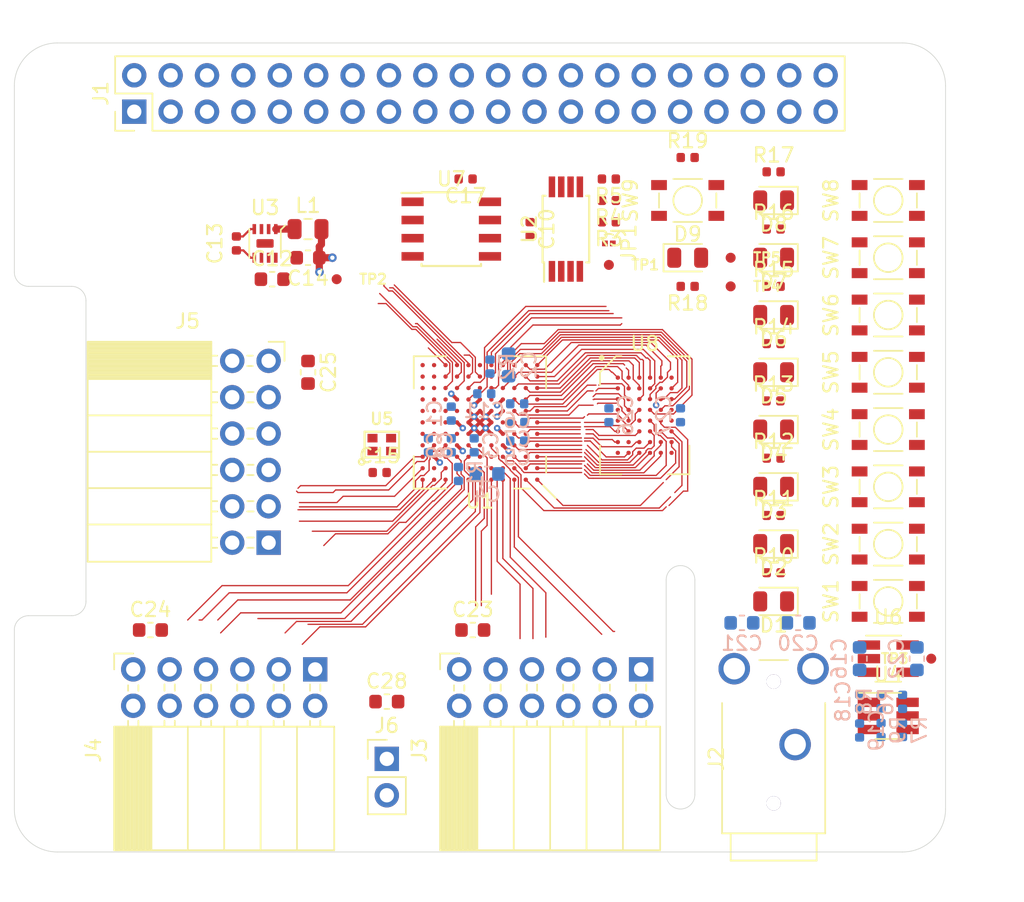
<source format=kicad_pcb>
(kicad_pcb (version 20171130) (host pcbnew 5.1.2+dfsg1-1)
  (layers (0 F.Cu signal) (1 In1.Cu power hide) (2 In2.Cu power) (31 B.Cu signal) (34 B.Paste user) (35 F.Paste user) (36 B.SilkS user hide) (37 F.SilkS user hide) (38 B.Mask user) (39 F.Mask user) (44 Edge.Cuts user))
  (net 0 "")
  (net 1 GND)
  (net 2 +1V2)
  (net 3 "Net-(C2-Pad2)")
  (net 4 "Net-(C2-Pad1)")
  (net 5 "Net-(C4-Pad2)")
  (net 6 "Net-(C4-Pad1)")
  (net 7 +3V3)
  (net 8 +5V)
  (net 9 "Net-(C13-Pad2)")
  (net 10 "Net-(C18-Pad1)")
  (net 11 "Net-(C19-Pad1)")
  (net 12 "Net-(C20-Pad1)")
  (net 13 "Net-(C21-Pad1)")
  (net 14 +3.3VDAC)
  (net 15 "Net-(D1-Pad1)")
  (net 16 /LED0)
  (net 17 /LED1)
  (net 18 "Net-(D2-Pad1)")
  (net 19 "Net-(D3-Pad1)")
  (net 20 /LED2)
  (net 21 /LED3)
  (net 22 "Net-(D4-Pad1)")
  (net 23 /LED4)
  (net 24 "Net-(D5-Pad1)")
  (net 25 "Net-(D6-Pad1)")
  (net 26 /LED5)
  (net 27 /LED6)
  (net 28 "Net-(D7-Pad1)")
  (net 29 "Net-(D8-Pad1)")
  (net 30 /LED7)
  (net 31 /GP13_FPGA_CDONE)
  (net 32 "Net-(J1-Pad3)")
  (net 33 "Net-(J1-Pad5)")
  (net 34 "Net-(J1-Pad7)")
  (net 35 /GP14_UART_TXD)
  (net 36 /GP15_UART_RXD)
  (net 37 "Net-(J1-Pad11)")
  (net 38 "Net-(J1-Pad12)")
  (net 39 /GP27_SDIO_DAT3)
  (net 40 /GP22_SDIO_CLK)
  (net 41 /GP23_SDIO_CMD)
  (net 42 /GP24_SDIO_DAT0)
  (net 43 /GP10_SPI_MOSI)
  (net 44 /GP9_SPI_MISO)
  (net 45 /GP25_SDIO_DAT1)
  (net 46 /GP11_SPI_SCK)
  (net 47 /GP8_SPI_~CS)
  (net 48 "Net-(J1-Pad26)")
  (net 49 /ID_SD)
  (net 50 /ID_SC)
  (net 51 "Net-(J1-Pad29)")
  (net 52 "Net-(J1-Pad31)")
  (net 53 /GP12_FPGA_~RST)
  (net 54 "Net-(J1-Pad35)")
  (net 55 "Net-(J1-Pad36)")
  (net 56 /GP26_SDIO_DAT2)
  (net 57 "Net-(J1-Pad38)")
  (net 58 "Net-(J1-Pad40)")
  (net 59 /IO0_0)
  (net 60 /IO0_1)
  (net 61 /IO0_2)
  (net 62 /IO0_3)
  (net 63 /IO0_4)
  (net 64 /IO0_5)
  (net 65 /IO0_6)
  (net 66 /IO0_7)
  (net 67 /IO1_7)
  (net 68 /IO1_6)
  (net 69 /IO1_5)
  (net 70 /IO1_4)
  (net 71 /IO1_3)
  (net 72 /IO1_2)
  (net 73 /IO1_1)
  (net 74 /IO1_0)
  (net 75 /IO2_0)
  (net 76 /IO2_1)
  (net 77 /IO2_2)
  (net 78 /IO2_3)
  (net 79 /IO2_4)
  (net 80 /IO2_5)
  (net 81 /IO2_6)
  (net 82 /IO2_7)
  (net 83 "Net-(JP1-Pad1)")
  (net 84 "Net-(L1-Pad1)")
  (net 85 "Net-(R6-Pad2)")
  (net 86 "Net-(R7-Pad2)")
  (net 87 /SW0)
  (net 88 /SW1)
  (net 89 /SW2)
  (net 90 /SW3)
  (net 91 /SW4)
  (net 92 /SW5)
  (net 93 /SW6)
  (net 94 /SW7)
  (net 95 /SRAM_DQ0)
  (net 96 /SRAM_DQ5)
  (net 97 /SRAM_DQ7)
  (net 98 /SRAM_DQ6)
  (net 99 /SRAM_DQ12)
  (net 100 /SRAM_A9)
  (net 101 /SRAM_A2)
  (net 102 /SRAM_A4)
  (net 103 /SRAM_A5)
  (net 104 /SRAM_A10)
  (net 105 /SRAM_DQ1)
  (net 106 /SRAM_DQ4)
  (net 107 /SRAM_DQ8)
  (net 108 /SRAM_DQ10)
  (net 109 /SRAM_DQ13)
  (net 110 /SRAM_DQ15)
  (net 111 /SRAM_A3)
  (net 112 /SRAM_A7)
  (net 113 /SRAM_A6)
  (net 114 /SRAM_A12)
  (net 115 /SRAM_DQ3)
  (net 116 /SRAM_DQ9)
  (net 117 /SRAM_DQ11)
  (net 118 /SRAM_A8)
  (net 119 /SRAM_A0)
  (net 120 /SRAM_A1)
  (net 121 /SRAM_A11)
  (net 122 /SRAM_A13)
  (net 123 /SRAM_A15)
  (net 124 /SRAM_DQ2)
  (net 125 /SRAM_DQ14)
  (net 126 /SRAM_A14)
  (net 127 /SRAM_A17)
  (net 128 /SRAM_A16)
  (net 129 /SRAM_~WE)
  (net 130 /SRAM_~OE)
  (net 131 /SRAM_~LB)
  (net 132 /SRAM_~UB)
  (net 133 /AUDIO_R_PWM)
  (net 134 "Net-(U1-PadB10)")
  (net 135 /CLK_OSC)
  (net 136 /AUDIO_L_PWM)
  (module Capacitor_SMD:C_0402_1005Metric (layer B.Cu) (at 128.9 108.1 90)
    (fp_text reference C8 (at 0 1.17 90) (layer B.SilkS) (effects (justify mirror)))
    (fp_text value 100n)
    (pad 2 smd roundrect (at 0.485 0 90) (size 0.59 0.64) (layers B.Cu B.Paste B.Mask) (net 1 GND))
    (pad 1 smd roundrect (at -0.485 0 90) (size 0.59 0.64) (layers B.Cu B.Paste B.Mask) (net 7 +3V3))
  )
  (module fpga_hat:BGA-121_11x11_9.0x9.0mm (layer F.Cu) (at 132.5 106.5 180)
    (fp_text reference U1 (at 0 -5.5) (layer F.SilkS))
    (fp_text value iCE40-HX8k-BG121)
    (pad A1 smd circle (at -4 -4 180) (size 0.3 0.3) (layers F.Cu F.Paste F.Mask) (net 79 /IO2_4))
    (pad B1 smd circle (at -4 -3.2 180) (size 0.3 0.3) (layers F.Cu F.Paste F.Mask) (net 104 /SRAM_A10))
    (pad C1 smd circle (at -4 -2.4 180) (size 0.3 0.3) (layers F.Cu F.Paste F.Mask) (net 96 /SRAM_DQ5))
    (pad D1 smd circle (at -4 -1.6 180) (size 0.3 0.3) (layers F.Cu F.Paste F.Mask) (net 97 /SRAM_DQ7))
    (pad E1 smd circle (at -4 -0.8 180) (size 0.3 0.3) (layers F.Cu F.Paste F.Mask) (net 98 /SRAM_DQ6))
    (pad F1 smd circle (at -4 0 180) (size 0.3 0.3) (layers F.Cu F.Paste F.Mask) (net 121 /SRAM_A11))
    (pad G1 smd circle (at -4 0.8 180) (size 0.3 0.3) (layers F.Cu F.Paste F.Mask) (net 117 /SRAM_DQ11))
    (pad H1 smd circle (at -4 1.6 180) (size 0.3 0.3) (layers F.Cu F.Paste F.Mask) (net 132 /SRAM_~UB))
    (pad J1 smd circle (at -4 2.4 180) (size 0.3 0.3) (layers F.Cu F.Paste F.Mask) (net 119 /SRAM_A0))
    (pad K1 smd circle (at -4 3.2 180) (size 0.3 0.3) (layers F.Cu F.Paste F.Mask) (net 102 /SRAM_A4))
    (pad L1 smd circle (at -4 4 180) (size 0.3 0.3) (layers F.Cu F.Paste F.Mask) (net 95 /SRAM_DQ0))
    (pad A2 smd circle (at -3.2 -4 180) (size 0.3 0.3) (layers F.Cu F.Paste F.Mask) (net 77 /IO2_2))
    (pad B2 smd circle (at -3.2 -3.2 180) (size 0.3 0.3) (layers F.Cu F.Paste F.Mask) (net 123 /SRAM_A15))
    (pad C2 smd circle (at -3.2 -2.4 180) (size 0.3 0.3) (layers F.Cu F.Paste F.Mask) (net 106 /SRAM_DQ4))
    (pad D2 smd circle (at -3.2 -1.6 180) (size 0.3 0.3) (layers F.Cu F.Paste F.Mask) (net 107 /SRAM_DQ8))
    (pad E2 smd circle (at -3.2 -0.8 180) (size 0.3 0.3) (layers F.Cu F.Paste F.Mask) (net 108 /SRAM_DQ10))
    (pad F2 smd circle (at -3.2 0 180) (size 0.3 0.3) (layers F.Cu F.Paste F.Mask) (net 109 /SRAM_DQ13))
    (pad G2 smd circle (at -3.2 0.8 180) (size 0.3 0.3) (layers F.Cu F.Paste F.Mask) (net 110 /SRAM_DQ15))
    (pad H2 smd circle (at -3.2 1.6 180) (size 0.3 0.3) (layers F.Cu F.Paste F.Mask) (net 128 /SRAM_A16))
    (pad J2 smd circle (at -3.2 2.4 180) (size 0.3 0.3) (layers F.Cu F.Paste F.Mask) (net 130 /SRAM_~OE))
    (pad K2 smd circle (at -3.2 3.2 180) (size 0.3 0.3) (layers F.Cu F.Paste F.Mask) (net 120 /SRAM_A1))
    (pad L2 smd circle (at -3.2 4 180) (size 0.3 0.3) (layers F.Cu F.Paste F.Mask) (net 113 /SRAM_A6))
    (pad A3 smd circle (at -2.4 -4 180) (size 0.3 0.3) (layers F.Cu F.Paste F.Mask) (net 78 /IO2_3))
    (pad B3 smd circle (at -2.4 -3.2 180) (size 0.3 0.3) (layers F.Cu F.Paste F.Mask) (net 76 /IO2_1))
    (pad C3 smd circle (at -2.4 -2.4 180) (size 0.3 0.3) (layers F.Cu F.Paste F.Mask) (net 127 /SRAM_A17))
    (pad D3 smd circle (at -2.4 -1.6 180) (size 0.3 0.3) (layers F.Cu F.Paste F.Mask) (net 116 /SRAM_DQ9))
    (pad E3 smd circle (at -2.4 -0.8 180) (size 0.3 0.3) (layers F.Cu F.Paste F.Mask) (net 100 /SRAM_A9))
    (pad F3 smd circle (at -2.4 0 180) (size 0.3 0.3) (layers F.Cu F.Paste F.Mask) (net 118 /SRAM_A8))
    (pad G3 smd circle (at -2.4 0.8 180) (size 0.3 0.3) (layers F.Cu F.Paste F.Mask) (net 99 /SRAM_DQ12))
    (pad H3 smd circle (at -2.4 1.6 180) (size 0.3 0.3) (layers F.Cu F.Paste F.Mask) (net 131 /SRAM_~LB))
    (pad J3 smd circle (at -2.4 2.4 180) (size 0.3 0.3) (layers F.Cu F.Paste F.Mask) (net 103 /SRAM_A5))
    (pad K3 smd circle (at -2.4 3.2 180) (size 0.3 0.3) (layers F.Cu F.Paste F.Mask) (net 101 /SRAM_A2))
    (pad L3 smd circle (at -2.4 4 180) (size 0.3 0.3) (layers F.Cu F.Paste F.Mask) (net 105 /SRAM_DQ1))
    (pad A4 smd circle (at -1.6 -4 180) (size 0.3 0.3) (layers F.Cu F.Paste F.Mask) (net 68 /IO1_6))
    (pad B4 smd circle (at -1.6 -3.2 180) (size 0.3 0.3) (layers F.Cu F.Paste F.Mask) (net 75 /IO2_0))
    (pad C4 smd circle (at -1.6 -2.4 180) (size 0.3 0.3) (layers F.Cu F.Paste F.Mask) (net 126 /SRAM_A14))
    (pad D4 smd circle (at -1.6 -1.6 180) (size 0.3 0.3) (layers F.Cu F.Paste F.Mask) (net 2 +1V2))
    (pad E4 smd circle (at -1.6 -0.8 180) (size 0.3 0.3) (layers F.Cu F.Paste F.Mask) (net 7 +3V3))
    (pad F4 smd circle (at -1.6 0 180) (size 0.3 0.3) (layers F.Cu F.Paste F.Mask) (net 125 /SRAM_DQ14))
    (pad G4 smd circle (at -1.6 0.8 180) (size 0.3 0.3) (layers F.Cu F.Paste F.Mask) (net 7 +3V3))
    (pad H4 smd circle (at -1.6 1.6 180) (size 0.3 0.3) (layers F.Cu F.Paste F.Mask) (net 2 +1V2))
    (pad J4 smd circle (at -1.6 2.4 180) (size 0.3 0.3) (layers F.Cu F.Paste F.Mask) (net 124 /SRAM_DQ2))
    (pad K4 smd circle (at -1.6 3.2 180) (size 0.3 0.3) (layers F.Cu F.Paste F.Mask) (net 115 /SRAM_DQ3))
    (pad L4 smd circle (at -1.6 4 180) (size 0.3 0.3) (layers F.Cu F.Paste F.Mask) (net 112 /SRAM_A7))
    (pad A5 smd circle (at -0.8 -4 180) (size 0.3 0.3) (layers F.Cu F.Paste F.Mask) (net 70 /IO1_4))
    (pad B5 smd circle (at -0.8 -3.2 180) (size 0.3 0.3) (layers F.Cu F.Paste F.Mask) (net 69 /IO1_5))
    (pad C5 smd circle (at -0.8 -2.4 180) (size 0.3 0.3) (layers F.Cu F.Paste F.Mask) (net 5 "Net-(C4-Pad2)"))
    (pad D5 smd circle (at -0.8 -1.6 180) (size 0.3 0.3) (layers F.Cu F.Paste F.Mask) (net 67 /IO1_7))
    (pad E5 smd circle (at -0.8 -0.8 180) (size 0.3 0.3) (layers F.Cu F.Paste F.Mask) (net 1 GND))
    (pad F5 smd circle (at -0.8 0 180) (size 0.3 0.3) (layers F.Cu F.Paste F.Mask) (net 1 GND))
    (pad G5 smd circle (at -0.8 0.8 180) (size 0.3 0.3) (layers F.Cu F.Paste F.Mask) (net 1 GND))
    (pad H5 smd circle (at -0.8 1.6 180) (size 0.3 0.3) (layers F.Cu F.Paste F.Mask) (net 1 GND))
    (pad J5 smd circle (at -0.8 2.4 180) (size 0.3 0.3) (layers F.Cu F.Paste F.Mask) (net 129 /SRAM_~WE))
    (pad K5 smd circle (at -0.8 3.2 180) (size 0.3 0.3) (layers F.Cu F.Paste F.Mask) (net 111 /SRAM_A3))
    (pad L5 smd circle (at -0.8 4 180) (size 0.3 0.3) (layers F.Cu F.Paste F.Mask) (net 56 /GP26_SDIO_DAT2))
    (pad A6 smd circle (at 0 -4 180) (size 0.3 0.3) (layers F.Cu F.Paste F.Mask) (net 71 /IO1_3))
    (pad B6 smd circle (at 0 -3.2 180) (size 0.3 0.3) (layers F.Cu F.Paste F.Mask) (net 81 /IO2_6))
    (pad C6 smd circle (at 0 -2.4 180) (size 0.3 0.3) (layers F.Cu F.Paste F.Mask) (net 6 "Net-(C4-Pad1)"))
    (pad D6 smd circle (at 0 -1.6 180) (size 0.3 0.3) (layers F.Cu F.Paste F.Mask) (net 7 +3V3))
    (pad E6 smd circle (at 0 -0.8 180) (size 0.3 0.3) (layers F.Cu F.Paste F.Mask) (net 1 GND))
    (pad F6 smd circle (at 0 0 180) (size 0.3 0.3) (layers F.Cu F.Paste F.Mask) (net 1 GND))
    (pad G6 smd circle (at 0 0.8 180) (size 0.3 0.3) (layers F.Cu F.Paste F.Mask) (net 1 GND))
    (pad H6 smd circle (at 0 1.6 180) (size 0.3 0.3) (layers F.Cu F.Paste F.Mask) (net 7 +3V3))
    (pad J6 smd circle (at 0 2.4 180) (size 0.3 0.3) (layers F.Cu F.Paste F.Mask) (net 4 "Net-(C2-Pad1)"))
    (pad K6 smd circle (at 0 3.2 180) (size 0.3 0.3) (layers F.Cu F.Paste F.Mask) (net 39 /GP27_SDIO_DAT3))
    (pad L6 smd circle (at 0 4 180) (size 0.3 0.3) (layers F.Cu F.Paste F.Mask) (net 3 "Net-(C2-Pad2)"))
    (pad A7 smd circle (at 0.8 -4 180) (size 0.3 0.3) (layers F.Cu F.Paste F.Mask) (net 72 /IO1_2))
    (pad B7 smd circle (at 0.8 -3.2 180) (size 0.3 0.3) (layers F.Cu F.Paste F.Mask) (net 80 /IO2_5))
    (pad C7 smd circle (at 0.8 -2.4 180) (size 0.3 0.3) (layers F.Cu F.Paste F.Mask) (net 73 /IO1_1))
    (pad D7 smd circle (at 0.8 -1.6 180) (size 0.3 0.3) (layers F.Cu F.Paste F.Mask) (net 66 /IO0_7))
    (pad E7 smd circle (at 0.8 -0.8 180) (size 0.3 0.3) (layers F.Cu F.Paste F.Mask) (net 1 GND))
    (pad F7 smd circle (at 0.8 0 180) (size 0.3 0.3) (layers F.Cu F.Paste F.Mask) (net 1 GND))
    (pad G7 smd circle (at 0.8 0.8 180) (size 0.3 0.3) (layers F.Cu F.Paste F.Mask) (net 1 GND))
    (pad H7 smd circle (at 0.8 1.6 180) (size 0.3 0.3) (layers F.Cu F.Paste F.Mask) (net 114 /SRAM_A12))
    (pad J7 smd circle (at 0.8 2.4 180) (size 0.3 0.3) (layers F.Cu F.Paste F.Mask) (net 122 /SRAM_A13))
    (pad K7 smd circle (at 0.8 3.2 180) (size 0.3 0.3) (layers F.Cu F.Paste F.Mask) (net 133 /AUDIO_R_PWM))
    (pad L7 smd circle (at 0.8 4 180) (size 0.3 0.3) (layers F.Cu F.Paste F.Mask) (net 41 /GP23_SDIO_CMD))
    (pad A8 smd circle (at 1.6 -4 180) (size 0.3 0.3) (layers F.Cu F.Paste F.Mask) (net 74 /IO1_0))
    (pad B8 smd circle (at 1.6 -3.2 180) (size 0.3 0.3) (layers F.Cu F.Paste F.Mask) (net 63 /IO0_4))
    (pad C8 smd circle (at 1.6 -2.4 180) (size 0.3 0.3) (layers F.Cu F.Paste F.Mask) (net 65 /IO0_6))
    (pad D8 smd circle (at 1.6 -1.6 180) (size 0.3 0.3) (layers F.Cu F.Paste F.Mask) (net 2 +1V2))
    (pad E8 smd circle (at 1.6 -0.8 180) (size 0.3 0.3) (layers F.Cu F.Paste F.Mask) (net 90 /SW3))
    (pad F8 smd circle (at 1.6 0 180) (size 0.3 0.3) (layers F.Cu F.Paste F.Mask) (net 7 +3V3))
    (pad G8 smd circle (at 1.6 0.8 180) (size 0.3 0.3) (layers F.Cu F.Paste F.Mask) (net 21 /LED3))
    (pad H8 smd circle (at 1.6 1.6 180) (size 0.3 0.3) (layers F.Cu F.Paste F.Mask) (net 2 +1V2))
    (pad J8 smd circle (at 1.6 2.4 180) (size 0.3 0.3) (layers F.Cu F.Paste F.Mask) (net 40 /GP22_SDIO_CLK))
    (pad K8 smd circle (at 1.6 3.2 180) (size 0.3 0.3) (layers F.Cu F.Paste F.Mask) (net 31 /GP13_FPGA_CDONE))
    (pad L8 smd circle (at 1.6 4 180) (size 0.3 0.3) (layers F.Cu F.Paste F.Mask) (net 42 /GP24_SDIO_DAT0))
    (pad A9 smd circle (at 2.4 -4 180) (size 0.3 0.3) (layers F.Cu F.Paste F.Mask) (net 64 /IO0_5))
    (pad B9 smd circle (at 2.4 -3.2 180) (size 0.3 0.3) (layers F.Cu F.Paste F.Mask) (net 62 /IO0_3))
    (pad C9 smd circle (at 2.4 -2.4 180) (size 0.3 0.3) (layers F.Cu F.Paste F.Mask) (net 61 /IO0_2))
    (pad D9 smd circle (at 2.4 -1.6 180) (size 0.3 0.3) (layers F.Cu F.Paste F.Mask) (net 91 /SW4))
    (pad E9 smd circle (at 2.4 -0.8 180) (size 0.3 0.3) (layers F.Cu F.Paste F.Mask) (net 89 /SW2))
    (pad F9 smd circle (at 2.4 0 180) (size 0.3 0.3) (layers F.Cu F.Paste F.Mask) (net 88 /SW1))
    (pad G9 smd circle (at 2.4 0.8 180) (size 0.3 0.3) (layers F.Cu F.Paste F.Mask) (net 27 /LED6))
    (pad H9 smd circle (at 2.4 1.6 180) (size 0.3 0.3) (layers F.Cu F.Paste F.Mask) (net 45 /GP25_SDIO_DAT1))
    (pad J9 smd circle (at 2.4 2.4 180) (size 0.3 0.3) (layers F.Cu F.Paste F.Mask) (net 44 /GP9_SPI_MISO))
    (pad K9 smd circle (at 2.4 3.2 180) (size 0.3 0.3) (layers F.Cu F.Paste F.Mask) (net 43 /GP10_SPI_MOSI))
    (pad L9 smd circle (at 2.4 4 180) (size 0.3 0.3) (layers F.Cu F.Paste F.Mask) (net 53 /GP12_FPGA_~RST))
    (pad A10 smd circle (at 3.2 -4 180) (size 0.3 0.3) (layers F.Cu F.Paste F.Mask) (net 60 /IO0_1))
    (pad B10 smd circle (at 3.2 -3.2 180) (size 0.3 0.3) (layers F.Cu F.Paste F.Mask) (net 134 "Net-(U1-PadB10)"))
    (pad C10 smd circle (at 3.2 -2.4 180) (size 0.3 0.3) (layers F.Cu F.Paste F.Mask) (net 7 +3V3))
    (pad D10 smd circle (at 3.2 -1.6 180) (size 0.3 0.3) (layers F.Cu F.Paste F.Mask) (net 94 /SW7))
    (pad E10 smd circle (at 3.2 -0.8 180) (size 0.3 0.3) (layers F.Cu F.Paste F.Mask) (net 135 /CLK_OSC))
    (pad F10 smd circle (at 3.2 0 180) (size 0.3 0.3) (layers F.Cu F.Paste F.Mask) (net 87 /SW0))
    (pad G10 smd circle (at 3.2 0.8 180) (size 0.3 0.3) (layers F.Cu F.Paste F.Mask) (net 26 /LED5))
    (pad H10 smd circle (at 3.2 1.6 180) (size 0.3 0.3) (layers F.Cu F.Paste F.Mask) (net 17 /LED1))
    (pad J10 smd circle (at 3.2 2.4 180) (size 0.3 0.3) (layers F.Cu F.Paste F.Mask) (net 20 /LED2))
    (pad K10 smd circle (at 3.2 3.2 180) (size 0.3 0.3) (layers F.Cu F.Paste F.Mask) (net 47 /GP8_SPI_~CS))
    (pad L10 smd circle (at 3.2 4 180) (size 0.3 0.3) (layers F.Cu F.Paste F.Mask) (net 46 /GP11_SPI_SCK))
    (pad A11 smd circle (at 4 -4 180) (size 0.3 0.3) (layers F.Cu F.Paste F.Mask) (net 59 /IO0_0))
    (pad B11 smd circle (at 4 -3.2 180) (size 0.3 0.3) (layers F.Cu F.Paste F.Mask) (net 36 /GP15_UART_RXD))
    (pad C11 smd circle (at 4 -2.4 180) (size 0.3 0.3) (layers F.Cu F.Paste F.Mask) (net 35 /GP14_UART_TXD))
    (pad D11 smd circle (at 4 -1.6 180) (size 0.3 0.3) (layers F.Cu F.Paste F.Mask) (net 93 /SW6))
    (pad E11 smd circle (at 4 -0.8 180) (size 0.3 0.3) (layers F.Cu F.Paste F.Mask) (net 92 /SW5))
    (pad F11 smd circle (at 4 0 180) (size 0.3 0.3) (layers F.Cu F.Paste F.Mask) (net 136 /AUDIO_L_PWM))
    (pad G11 smd circle (at 4 0.8 180) (size 0.3 0.3) (layers F.Cu F.Paste F.Mask) (net 30 /LED7))
    (pad H11 smd circle (at 4 1.6 180) (size 0.3 0.3) (layers F.Cu F.Paste F.Mask) (net 23 /LED4))
    (pad J11 smd circle (at 4 2.4 180) (size 0.3 0.3) (layers F.Cu F.Paste F.Mask) (net 82 /IO2_7))
    (pad K11 smd circle (at 4 3.2 180) (size 0.3 0.3) (layers F.Cu F.Paste F.Mask) (net 16 /LED0))
    (pad L11 smd circle (at 4 4 180) (size 0.3 0.3) (layers F.Cu F.Paste F.Mask) (net 7 +3V3))
  )
  (module fpga_hat:MOUNTHOLE_M2.5 (layer F.Cu) (at 161.5 83.5)
    (fp_text reference REF** hide)
    (fp_text value MOUNTHOLE_M2.5 hide)
    (pad "" np_thru_hole circle (at 0 0) (size 2.75 2.75) (drill 2.75) (layers *.Cu *.Mask) (thermal_gap 1.9))
  )
  (module fpga_hat:MOUNTHOLE_M2.5 (layer F.Cu) (at 161.5 133)
    (fp_text reference REF** hide)
    (fp_text value MOUNTHOLE_M2.5 hide)
    (pad "" np_thru_hole circle (at 0 0) (size 2.75 2.75) (drill 2.75) (layers *.Cu *.Mask) (thermal_gap 1.9))
  )
  (module fpga_hat:MOUNTHOLE_M2.5 (layer F.Cu) (at 103.5 133)
    (fp_text reference REF** hide)
    (fp_text value MOUNTHOLE_M2.5 hide)
    (pad "" np_thru_hole circle (at 0 0) (size 2.75 2.75) (drill 2.75) (layers *.Cu *.Mask) (thermal_gap 1.9))
  )
  (module fpga_hat:MOUNTHOLE_M2.5 (layer F.Cu) (at 103.5 83.5)
    (fp_text reference REF** hide)
    (fp_text value MOUNTHOLE_M2.5 hide)
    (pad "" np_thru_hole circle (at 0 0) (size 2.75 2.75) (drill 2.75) (layers *.Cu *.Mask) (thermal_gap 1.9))
  )
  (module Capacitor_SMD:C_0402_1005Metric (layer B.Cu) (at 130.5 105.885 270)
    (fp_text reference C1 (at 0 1.17 90) (layer B.SilkS) (effects (justify mirror)))
    (fp_text value 100n)
    (pad 2 smd roundrect (at 0.485 0 270) (size 0.59 0.64) (layers B.Cu B.Paste B.Mask) (net 1 GND))
    (pad 1 smd roundrect (at -0.485 0 270) (size 0.59 0.64) (layers B.Cu B.Paste B.Mask) (net 2 +1V2))
  )
  (module Capacitor_SMD:C_0603_1608Metric (layer B.Cu) (at 134.5 102.4875 90)
    (fp_text reference C2 (at 0 1.43 90) (layer B.SilkS) (effects (justify mirror)))
    (fp_text value 4u7)
    (pad 2 smd roundrect (at 0.7875 0 90) (size 0.875 0.95) (layers B.Cu B.Paste B.Mask) (net 3 "Net-(C2-Pad2)"))
    (pad 1 smd roundrect (at -0.7875 0 90) (size 0.875 0.95) (layers B.Cu B.Paste B.Mask) (net 4 "Net-(C2-Pad1)"))
  )
  (module Capacitor_SMD:C_0402_1005Metric (layer B.Cu) (at 132.1 108.1 90)
    (fp_text reference C3 (at 0 1.17 90) (layer B.SilkS) (effects (justify mirror)))
    (fp_text value 100n)
    (pad 1 smd roundrect (at -0.485 0 90) (size 0.59 0.64) (layers B.Cu B.Paste B.Mask) (net 2 +1V2))
    (pad 2 smd roundrect (at 0.485 0 90) (size 0.59 0.64) (layers B.Cu B.Paste B.Mask) (net 1 GND))
  )
  (module Capacitor_SMD:C_0603_1608Metric (layer B.Cu) (at 133 110.1)
    (fp_text reference C4 (at 0 1.43) (layer B.SilkS) (effects (justify mirror)))
    (fp_text value 4u7)
    (pad 1 smd roundrect (at -0.7875 0) (size 0.875 0.95) (layers B.Cu B.Paste B.Mask) (net 6 "Net-(C4-Pad1)"))
    (pad 2 smd roundrect (at 0.7875 0) (size 0.875 0.95) (layers B.Cu B.Paste B.Mask) (net 5 "Net-(C4-Pad2)"))
  )
  (module Capacitor_SMD:C_0402_1005Metric (layer B.Cu) (at 135.1 107.8)
    (fp_text reference C5 (at 0 1.17 180) (layer B.SilkS) (effects (justify mirror)))
    (fp_text value 100n)
    (pad 1 smd roundrect (at -0.485 0) (size 0.59 0.64) (layers B.Cu B.Paste B.Mask) (net 2 +1V2))
    (pad 2 smd roundrect (at 0.485 0) (size 0.59 0.64) (layers B.Cu B.Paste B.Mask) (net 1 GND))
  )
  (module Capacitor_SMD:C_0402_1005Metric (layer B.Cu) (at 135.1 105.2)
    (fp_text reference C6 (at 0 1.17) (layer B.SilkS) (effects (justify mirror)))
    (fp_text value 100n)
    (pad 2 smd roundrect (at 0.485 0) (size 0.59 0.64) (layers B.Cu B.Paste B.Mask) (net 1 GND))
    (pad 1 smd roundrect (at -0.485 0) (size 0.59 0.64) (layers B.Cu B.Paste B.Mask) (net 2 +1V2))
  )
  (module Capacitor_SMD:C_0402_1005Metric (layer B.Cu) (at 135.115 106.5)
    (fp_text reference C7 (at 0 1.17 180) (layer B.SilkS) (effects (justify mirror)))
    (fp_text value 100n)
    (pad 2 smd roundrect (at 0.485 0) (size 0.59 0.64) (layers B.Cu B.Paste B.Mask) (net 1 GND))
    (pad 1 smd roundrect (at -0.485 0) (size 0.59 0.64) (layers B.Cu B.Paste B.Mask) (net 7 +3V3))
  )
  (module Capacitor_SMD:C_0402_1005Metric (layer B.Cu) (at 130.5 108.1 270)
    (fp_text reference C9 (at 0 1.17 90) (layer B.SilkS) (effects (justify mirror)))
    (fp_text value 100n)
    (pad 2 smd roundrect (at 0.485 0 270) (size 0.59 0.64) (layers B.Cu B.Paste B.Mask) (net 1 GND))
    (pad 1 smd roundrect (at -0.485 0 270) (size 0.59 0.64) (layers B.Cu B.Paste B.Mask) (net 7 +3V3))
  )
  (module Capacitor_SMD:C_0402_1005Metric (layer F.Cu) (at 136 93 270)
    (fp_text reference C10 (at 0 -1.17 90) (layer F.SilkS))
    (fp_text value 100n)
    (pad 2 smd roundrect (at 0.485 0 270) (size 0.59 0.64) (layers F.Cu F.Paste F.Mask) (net 1 GND))
    (pad 1 smd roundrect (at -0.485 0 270) (size 0.59 0.64) (layers F.Cu F.Paste F.Mask) (net 7 +3V3))
  )
  (module Capacitor_SMD:C_0402_1005Metric (layer B.Cu) (at 132.8 104.5)
    (fp_text reference C11 (at 0 1.17) (layer B.SilkS) (effects (justify mirror)))
    (fp_text value 100n)
    (pad 1 smd roundrect (at -0.485 0) (size 0.59 0.64) (layers B.Cu B.Paste B.Mask) (net 7 +3V3))
    (pad 2 smd roundrect (at 0.485 0) (size 0.59 0.64) (layers B.Cu B.Paste B.Mask) (net 1 GND))
  )
  (module Capacitor_SMD:C_0603_1608Metric (layer F.Cu) (at 118 96.5)
    (fp_text reference C12 (at 0 -1.43) (layer F.SilkS))
    (fp_text value 4u7)
    (pad 2 smd roundrect (at 0.7875 0) (size 0.875 0.95) (layers F.Cu F.Paste F.Mask) (net 1 GND))
    (pad 1 smd roundrect (at -0.7875 0) (size 0.875 0.95) (layers F.Cu F.Paste F.Mask) (net 8 +5V))
  )
  (module Capacitor_SMD:C_0402_1005Metric (layer F.Cu) (at 115.5 94 270)
    (fp_text reference C13 (at 0 1.5 90) (layer F.SilkS))
    (fp_text value 560p)
    (pad 1 smd roundrect (at -0.485 0 270) (size 0.59 0.64) (layers F.Cu F.Paste F.Mask) (net 2 +1V2))
    (pad 2 smd roundrect (at 0.485 0 270) (size 0.59 0.64) (layers F.Cu F.Paste F.Mask) (net 9 "Net-(C13-Pad2)"))
  )
  (module Capacitor_SMD:C_0603_1608Metric (layer F.Cu) (at 120.5 95 180)
    (fp_text reference C14 (at 0 -1.43) (layer F.SilkS))
    (fp_text value 4u7)
    (pad 2 smd roundrect (at 0.7875 0 180) (size 0.875 0.95) (layers F.Cu F.Paste F.Mask) (net 1 GND))
    (pad 1 smd roundrect (at -0.7875 0 180) (size 0.875 0.95) (layers F.Cu F.Paste F.Mask) (net 2 +1V2))
  )
  (module Capacitor_SMD:C_0402_1005Metric (layer F.Cu) (at 125.5 110)
    (fp_text reference C15 (at 0 -1.17) (layer F.SilkS))
    (fp_text value 100n)
    (pad 2 smd roundrect (at 0.485 0) (size 0.59 0.64) (layers F.Cu F.Paste F.Mask) (net 1 GND))
    (pad 1 smd roundrect (at -0.485 0) (size 0.59 0.64) (layers F.Cu F.Paste F.Mask) (net 7 +3V3))
  )
  (module Capacitor_SMD:C_0603_1608Metric (layer B.Cu) (at 159 123 270)
    (fp_text reference C16 (at 0 1.43 90) (layer B.SilkS) (effects (justify mirror)))
    (fp_text value 1u)
    (pad 1 smd roundrect (at -0.7875 0 270) (size 0.875 0.95) (layers B.Cu B.Paste B.Mask) (net 8 +5V))
    (pad 2 smd roundrect (at 0.7875 0 270) (size 0.875 0.95) (layers B.Cu B.Paste B.Mask) (net 1 GND))
  )
  (module Capacitor_SMD:C_0402_1005Metric (layer F.Cu) (at 131.5 89.5 180)
    (fp_text reference C17 (at 0 -1.17) (layer F.SilkS))
    (fp_text value 100n)
    (pad 1 smd roundrect (at -0.485 0 180) (size 0.59 0.64) (layers F.Cu F.Paste F.Mask) (net 7 +3V3))
    (pad 2 smd roundrect (at 0.485 0 180) (size 0.59 0.64) (layers F.Cu F.Paste F.Mask) (net 1 GND))
  )
  (module Capacitor_SMD:C_0402_1005Metric (layer B.Cu) (at 159 125.985 270)
    (fp_text reference C18 (at 0 1.17 90) (layer B.SilkS) (effects (justify mirror)))
    (fp_text value 100n)
    (pad 1 smd roundrect (at -0.485 0 270) (size 0.59 0.64) (layers B.Cu B.Paste B.Mask) (net 10 "Net-(C18-Pad1)"))
    (pad 2 smd roundrect (at 0.485 0 270) (size 0.59 0.64) (layers B.Cu B.Paste B.Mask) (net 1 GND))
  )
  (module Capacitor_SMD:C_0402_1005Metric (layer B.Cu) (at 159 128.015 90)
    (fp_text reference C19 (at 0 1.17 90) (layer B.SilkS) (effects (justify mirror)))
    (fp_text value 100n)
    (pad 1 smd roundrect (at -0.485 0 90) (size 0.59 0.64) (layers B.Cu B.Paste B.Mask) (net 11 "Net-(C19-Pad1)"))
    (pad 2 smd roundrect (at 0.485 0 90) (size 0.59 0.64) (layers B.Cu B.Paste B.Mask) (net 1 GND))
  )
  (module Capacitor_SMD:C_0603_1608Metric (layer B.Cu) (at 154.7125 120.5)
    (fp_text reference C20 (at 0 1.43) (layer B.SilkS) (effects (justify mirror)))
    (fp_text value 4u7)
    (pad 1 smd roundrect (at -0.7875 0) (size 0.875 0.95) (layers B.Cu B.Paste B.Mask) (net 12 "Net-(C20-Pad1)"))
    (pad 2 smd roundrect (at 0.7875 0) (size 0.875 0.95) (layers B.Cu B.Paste B.Mask) (net 10 "Net-(C18-Pad1)"))
  )
  (module Capacitor_SMD:C_0603_1608Metric (layer B.Cu) (at 150.7875 120.5)
    (fp_text reference C21 (at 0 1.43) (layer B.SilkS) (effects (justify mirror)))
    (fp_text value 4u7)
    (pad 1 smd roundrect (at -0.7875 0) (size 0.875 0.95) (layers B.Cu B.Paste B.Mask) (net 13 "Net-(C21-Pad1)"))
    (pad 2 smd roundrect (at 0.7875 0) (size 0.875 0.95) (layers B.Cu B.Paste B.Mask) (net 11 "Net-(C19-Pad1)"))
  )
  (module Capacitor_SMD:C_0603_1608Metric (layer B.Cu) (at 163 123 270)
    (fp_text reference C22 (at 0 1.43 90) (layer B.SilkS) (effects (justify mirror)))
    (fp_text value 1u)
    (pad 2 smd roundrect (at 0.7875 0 270) (size 0.875 0.95) (layers B.Cu B.Paste B.Mask) (net 1 GND))
    (pad 1 smd roundrect (at -0.7875 0 270) (size 0.875 0.95) (layers B.Cu B.Paste B.Mask) (net 14 +3.3VDAC))
  )
  (module Capacitor_SMD:C_0603_1608Metric (layer F.Cu) (at 132 121)
    (fp_text reference C23 (at 0 -1.43) (layer F.SilkS))
    (fp_text value 1u)
    (pad 2 smd roundrect (at 0.7875 0) (size 0.875 0.95) (layers F.Cu F.Paste F.Mask) (net 1 GND))
    (pad 1 smd roundrect (at -0.7875 0) (size 0.875 0.95) (layers F.Cu F.Paste F.Mask) (net 7 +3V3))
  )
  (module Capacitor_SMD:C_0603_1608Metric (layer F.Cu) (at 109.5 121)
    (fp_text reference C24 (at 0 -1.43) (layer F.SilkS))
    (fp_text value 1u)
    (pad 1 smd roundrect (at -0.7875 0) (size 0.875 0.95) (layers F.Cu F.Paste F.Mask) (net 7 +3V3))
    (pad 2 smd roundrect (at 0.7875 0) (size 0.875 0.95) (layers F.Cu F.Paste F.Mask) (net 1 GND))
  )
  (module Capacitor_SMD:C_0603_1608Metric (layer F.Cu) (at 120.5 103 270)
    (fp_text reference C25 (at 0 -1.43 90) (layer F.SilkS))
    (fp_text value 1u)
    (pad 2 smd roundrect (at 0.7875 0 270) (size 0.875 0.95) (layers F.Cu F.Paste F.Mask) (net 1 GND))
    (pad 1 smd roundrect (at -0.7875 0 270) (size 0.875 0.95) (layers F.Cu F.Paste F.Mask) (net 7 +3V3))
  )
  (module Capacitor_SMD:C_0402_1005Metric (layer B.Cu) (at 141.5 106 90)
    (fp_text reference C26 (at 0 1.17 270) (layer B.SilkS) (effects (justify mirror)))
    (fp_text value 100n)
    (pad 1 smd roundrect (at -0.485 0 90) (size 0.59 0.64) (layers B.Cu B.Paste B.Mask) (net 7 +3V3))
    (pad 2 smd roundrect (at 0.485 0 90) (size 0.59 0.64) (layers B.Cu B.Paste B.Mask) (net 1 GND))
  )
  (module Capacitor_SMD:C_0402_1005Metric (layer B.Cu) (at 146.5 106 270)
    (fp_text reference C27 (at 0 1.17 270) (layer B.SilkS) (effects (justify mirror)))
    (fp_text value 100n)
    (pad 2 smd roundrect (at 0.485 0 270) (size 0.59 0.64) (layers B.Cu B.Paste B.Mask) (net 1 GND))
    (pad 1 smd roundrect (at -0.485 0 270) (size 0.59 0.64) (layers B.Cu B.Paste B.Mask) (net 7 +3V3))
  )
  (module Capacitor_SMD:C_0603_1608Metric (layer F.Cu) (at 126 126)
    (fp_text reference C28 (at 0 -1.43) (layer F.SilkS))
    (fp_text value 1u)
    (pad 1 smd roundrect (at -0.7875 0) (size 0.875 0.95) (layers F.Cu F.Paste F.Mask) (net 8 +5V))
    (pad 2 smd roundrect (at 0.7875 0) (size 0.875 0.95) (layers F.Cu F.Paste F.Mask) (net 1 GND))
  )
  (module LED_SMD:LED_0805_2012Metric (layer F.Cu) (at 153 119 180)
    (fp_text reference D1 (at 0 -1.65) (layer F.SilkS))
    (fp_text value LED)
    (pad 1 smd roundrect (at -0.9375 0 180) (size 0.975 1.4) (layers F.Cu F.Paste F.Mask) (net 15 "Net-(D1-Pad1)"))
    (pad 2 smd roundrect (at 0.9375 0 180) (size 0.975 1.4) (layers F.Cu F.Paste F.Mask) (net 16 /LED0))
  )
  (module LED_SMD:LED_0805_2012Metric (layer F.Cu) (at 153 115 180)
    (fp_text reference D2 (at 0 -1.65) (layer F.SilkS))
    (fp_text value LED)
    (pad 1 smd roundrect (at -0.9375 0 180) (size 0.975 1.4) (layers F.Cu F.Paste F.Mask) (net 18 "Net-(D2-Pad1)"))
    (pad 2 smd roundrect (at 0.9375 0 180) (size 0.975 1.4) (layers F.Cu F.Paste F.Mask) (net 17 /LED1))
  )
  (module LED_SMD:LED_0805_2012Metric (layer F.Cu) (at 153 111 180)
    (fp_text reference D3 (at 0 -1.65) (layer F.SilkS))
    (fp_text value LED)
    (pad 2 smd roundrect (at 0.9375 0 180) (size 0.975 1.4) (layers F.Cu F.Paste F.Mask) (net 20 /LED2))
    (pad 1 smd roundrect (at -0.9375 0 180) (size 0.975 1.4) (layers F.Cu F.Paste F.Mask) (net 19 "Net-(D3-Pad1)"))
  )
  (module LED_SMD:LED_0805_2012Metric (layer F.Cu) (at 153 107 180)
    (fp_text reference D4 (at 0 -1.65) (layer F.SilkS))
    (fp_text value LED)
    (pad 1 smd roundrect (at -0.9375 0 180) (size 0.975 1.4) (layers F.Cu F.Paste F.Mask) (net 22 "Net-(D4-Pad1)"))
    (pad 2 smd roundrect (at 0.9375 0 180) (size 0.975 1.4) (layers F.Cu F.Paste F.Mask) (net 21 /LED3))
  )
  (module LED_SMD:LED_0805_2012Metric (layer F.Cu) (at 153 103 180)
    (fp_text reference D5 (at 0 -1.65) (layer F.SilkS))
    (fp_text value LED)
    (pad 2 smd roundrect (at 0.9375 0 180) (size 0.975 1.4) (layers F.Cu F.Paste F.Mask) (net 23 /LED4))
    (pad 1 smd roundrect (at -0.9375 0 180) (size 0.975 1.4) (layers F.Cu F.Paste F.Mask) (net 24 "Net-(D5-Pad1)"))
  )
  (module LED_SMD:LED_0805_2012Metric (layer F.Cu) (at 153 99 180)
    (fp_text reference D6 (at 0 -1.65) (layer F.SilkS))
    (fp_text value LED)
    (pad 1 smd roundrect (at -0.9375 0 180) (size 0.975 1.4) (layers F.Cu F.Paste F.Mask) (net 25 "Net-(D6-Pad1)"))
    (pad 2 smd roundrect (at 0.9375 0 180) (size 0.975 1.4) (layers F.Cu F.Paste F.Mask) (net 26 /LED5))
  )
  (module LED_SMD:LED_0805_2012Metric (layer F.Cu) (at 153 95 180)
    (fp_text reference D7 (at 0 -1.65) (layer F.SilkS))
    (fp_text value LED)
    (pad 2 smd roundrect (at 0.9375 0 180) (size 0.975 1.4) (layers F.Cu F.Paste F.Mask) (net 27 /LED6))
    (pad 1 smd roundrect (at -0.9375 0 180) (size 0.975 1.4) (layers F.Cu F.Paste F.Mask) (net 28 "Net-(D7-Pad1)"))
  )
  (module LED_SMD:LED_0805_2012Metric (layer F.Cu) (at 153 91 180)
    (fp_text reference D8 (at 0 -1.65) (layer F.SilkS))
    (fp_text value LED)
    (pad 1 smd roundrect (at -0.9375 0 180) (size 0.975 1.4) (layers F.Cu F.Paste F.Mask) (net 29 "Net-(D8-Pad1)"))
    (pad 2 smd roundrect (at 0.9375 0 180) (size 0.975 1.4) (layers F.Cu F.Paste F.Mask) (net 30 /LED7))
  )
  (module LED_SMD:LED_0805_2012Metric (layer F.Cu) (at 147 95)
    (fp_text reference D9 (at 0 -1.65) (layer F.SilkS))
    (fp_text value LED)
    (pad 2 smd roundrect (at 0.9375 0) (size 0.975 1.4) (layers F.Cu F.Paste F.Mask) (net 31 /GP13_FPGA_CDONE))
    (pad 1 smd roundrect (at -0.9375 0) (size 0.975 1.4) (layers F.Cu F.Paste F.Mask) (net 1 GND))
  )
  (module Connector_PinHeader_2.54mm:PinHeader_2x20_P2.54mm_Vertical (layer F.Cu) (at 108.37 84.8 90)
    (fp_text reference J1 (at 1.27 -2.33 90) (layer F.SilkS))
    (fp_text value 2x20)
    (pad 1 thru_hole rect (at 0 0 90) (size 1.7 1.7) (drill 1) (layers *.Cu *.Mask) (net 7 +3V3))
    (pad 2 thru_hole oval (at 2.54 0 90) (size 1.7 1.7) (drill 1) (layers *.Cu *.Mask) (net 8 +5V))
    (pad 3 thru_hole oval (at 0 2.54 90) (size 1.7 1.7) (drill 1) (layers *.Cu *.Mask) (net 32 "Net-(J1-Pad3)"))
    (pad 4 thru_hole oval (at 2.54 2.54 90) (size 1.7 1.7) (drill 1) (layers *.Cu *.Mask) (net 8 +5V))
    (pad 5 thru_hole oval (at 0 5.08 90) (size 1.7 1.7) (drill 1) (layers *.Cu *.Mask) (net 33 "Net-(J1-Pad5)"))
    (pad 6 thru_hole oval (at 2.54 5.08 90) (size 1.7 1.7) (drill 1) (layers *.Cu *.Mask) (net 1 GND))
    (pad 7 thru_hole oval (at 0 7.62 90) (size 1.7 1.7) (drill 1) (layers *.Cu *.Mask) (net 34 "Net-(J1-Pad7)"))
    (pad 8 thru_hole oval (at 2.54 7.62 90) (size 1.7 1.7) (drill 1) (layers *.Cu *.Mask) (net 35 /GP14_UART_TXD))
    (pad 9 thru_hole oval (at 0 10.16 90) (size 1.7 1.7) (drill 1) (layers *.Cu *.Mask) (net 1 GND))
    (pad 10 thru_hole oval (at 2.54 10.16 90) (size 1.7 1.7) (drill 1) (layers *.Cu *.Mask) (net 36 /GP15_UART_RXD))
    (pad 11 thru_hole oval (at 0 12.7 90) (size 1.7 1.7) (drill 1) (layers *.Cu *.Mask) (net 37 "Net-(J1-Pad11)"))
    (pad 12 thru_hole oval (at 2.54 12.7 90) (size 1.7 1.7) (drill 1) (layers *.Cu *.Mask) (net 38 "Net-(J1-Pad12)"))
    (pad 13 thru_hole oval (at 0 15.24 90) (size 1.7 1.7) (drill 1) (layers *.Cu *.Mask) (net 39 /GP27_SDIO_DAT3))
    (pad 14 thru_hole oval (at 2.54 15.24 90) (size 1.7 1.7) (drill 1) (layers *.Cu *.Mask) (net 1 GND))
    (pad 15 thru_hole oval (at 0 17.78 90) (size 1.7 1.7) (drill 1) (layers *.Cu *.Mask) (net 40 /GP22_SDIO_CLK))
    (pad 16 thru_hole oval (at 2.54 17.78 90) (size 1.7 1.7) (drill 1) (layers *.Cu *.Mask) (net 41 /GP23_SDIO_CMD))
    (pad 17 thru_hole oval (at 0 20.32 90) (size 1.7 1.7) (drill 1) (layers *.Cu *.Mask) (net 7 +3V3))
    (pad 18 thru_hole oval (at 2.54 20.32 90) (size 1.7 1.7) (drill 1) (layers *.Cu *.Mask) (net 42 /GP24_SDIO_DAT0))
    (pad 19 thru_hole oval (at 0 22.86 90) (size 1.7 1.7) (drill 1) (layers *.Cu *.Mask) (net 43 /GP10_SPI_MOSI))
    (pad 20 thru_hole oval (at 2.54 22.86 90) (size 1.7 1.7) (drill 1) (layers *.Cu *.Mask) (net 1 GND))
    (pad 21 thru_hole oval (at 0 25.4 90) (size 1.7 1.7) (drill 1) (layers *.Cu *.Mask) (net 44 /GP9_SPI_MISO))
    (pad 22 thru_hole oval (at 2.54 25.4 90) (size 1.7 1.7) (drill 1) (layers *.Cu *.Mask) (net 45 /GP25_SDIO_DAT1))
    (pad 23 thru_hole oval (at 0 27.94 90) (size 1.7 1.7) (drill 1) (layers *.Cu *.Mask) (net 46 /GP11_SPI_SCK))
    (pad 24 thru_hole oval (at 2.54 27.94 90) (size 1.7 1.7) (drill 1) (layers *.Cu *.Mask) (net 47 /GP8_SPI_~CS))
    (pad 25 thru_hole oval (at 0 30.48 90) (size 1.7 1.7) (drill 1) (layers *.Cu *.Mask) (net 1 GND))
    (pad 26 thru_hole oval (at 2.54 30.48 90) (size 1.7 1.7) (drill 1) (layers *.Cu *.Mask) (net 48 "Net-(J1-Pad26)"))
    (pad 27 thru_hole oval (at 0 33.02 90) (size 1.7 1.7) (drill 1) (layers *.Cu *.Mask) (net 49 /ID_SD))
    (pad 28 thru_hole oval (at 2.54 33.02 90) (size 1.7 1.7) (drill 1) (layers *.Cu *.Mask) (net 50 /ID_SC))
    (pad 29 thru_hole oval (at 0 35.56 90) (size 1.7 1.7) (drill 1) (layers *.Cu *.Mask) (net 51 "Net-(J1-Pad29)"))
    (pad 30 thru_hole oval (at 2.54 35.56 90) (size 1.7 1.7) (drill 1) (layers *.Cu *.Mask) (net 1 GND))
    (pad 31 thru_hole oval (at 0 38.1 90) (size 1.7 1.7) (drill 1) (layers *.Cu *.Mask) (net 52 "Net-(J1-Pad31)"))
    (pad 32 thru_hole oval (at 2.54 38.1 90) (size 1.7 1.7) (drill 1) (layers *.Cu *.Mask) (net 53 /GP12_FPGA_~RST))
    (pad 33 thru_hole oval (at 0 40.64 90) (size 1.7 1.7) (drill 1) (layers *.Cu *.Mask) (net 31 /GP13_FPGA_CDONE))
    (pad 34 thru_hole oval (at 2.54 40.64 90) (size 1.7 1.7) (drill 1) (layers *.Cu *.Mask) (net 1 GND))
    (pad 35 thru_hole oval (at 0 43.18 90) (size 1.7 1.7) (drill 1) (layers *.Cu *.Mask) (net 54 "Net-(J1-Pad35)"))
    (pad 36 thru_hole oval (at 2.54 43.18 90) (size 1.7 1.7) (drill 1) (layers *.Cu *.Mask) (net 55 "Net-(J1-Pad36)"))
    (pad 37 thru_hole oval (at 0 45.72 90) (size 1.7 1.7) (drill 1) (layers *.Cu *.Mask) (net 56 /GP26_SDIO_DAT2))
    (pad 38 thru_hole oval (at 2.54 45.72 90) (size 1.7 1.7) (drill 1) (layers *.Cu *.Mask) (net 57 "Net-(J1-Pad38)"))
    (pad 39 thru_hole oval (at 0 48.26 90) (size 1.7 1.7) (drill 1) (layers *.Cu *.Mask) (net 1 GND))
    (pad 40 thru_hole oval (at 2.54 48.26 90) (size 1.7 1.7) (drill 1) (layers *.Cu *.Mask) (net 58 "Net-(J1-Pad40)"))
  )
  (module fpga_hat:STX-3000_TRS_3.5mm (layer F.Cu) (at 153 129 90)
    (fp_text reference J2 (at -1 -4 90) (layer F.SilkS))
    (fp_text value AudioJack3)
    (pad ~ thru_hole circle (at -4.1 0 90) (size 1 1) (drill 1) (layers *.Cu *.Mask))
    (pad ~ thru_hole circle (at 4.4 0 90) (size 1 1) (drill 1) (layers *.Cu *.Mask))
    (pad S thru_hole circle (at 0 1.5 90) (size 2.2 2.2) (drill 1.5) (layers *.Cu *.Mask) (net 1 GND))
    (pad R thru_hole circle (at 5.3 -2.75 90) (size 2.2 2.2) (drill 1.5) (layers *.Cu *.Mask) (net 13 "Net-(C21-Pad1)"))
    (pad T thru_hole circle (at 5.3 2.75 90) (size 2.2 2.2) (drill 1.5) (layers *.Cu *.Mask) (net 12 "Net-(C20-Pad1)"))
  )
  (module fpga_hat:PinSocket_2x06_P2.54mm_Horizontal (layer F.Cu) (at 143.75 123.75 90)
    (fp_text reference J3 (at -5.65 -15.47 90) (layer F.SilkS))
    (fp_text value Conn_02x06_Top_Bottom)
    (pad 6 thru_hole circle (at 0 -12.7 90) (size 1.7 1.7) (drill 1) (layers *.Cu *.Mask) (net 7 +3V3))
    (pad 12 thru_hole oval (at -2.54 -12.7 90) (size 1.7 1.7) (drill 1) (layers *.Cu *.Mask) (net 7 +3V3))
    (pad 5 thru_hole oval (at 0 -10.16 90) (size 1.7 1.7) (drill 1) (layers *.Cu *.Mask) (net 1 GND))
    (pad 11 thru_hole oval (at -2.54 -10.16 90) (size 1.7 1.7) (drill 1) (layers *.Cu *.Mask) (net 1 GND))
    (pad 4 thru_hole oval (at 0 -7.62 90) (size 1.7 1.7) (drill 1) (layers *.Cu *.Mask) (net 62 /IO0_3))
    (pad 10 thru_hole oval (at -2.54 -7.62 90) (size 1.7 1.7) (drill 1) (layers *.Cu *.Mask) (net 66 /IO0_7))
    (pad 3 thru_hole oval (at 0 -5.08 90) (size 1.7 1.7) (drill 1) (layers *.Cu *.Mask) (net 61 /IO0_2))
    (pad 9 thru_hole oval (at -2.54 -5.08 90) (size 1.7 1.7) (drill 1) (layers *.Cu *.Mask) (net 65 /IO0_6))
    (pad 2 thru_hole oval (at 0 -2.54 90) (size 1.7 1.7) (drill 1) (layers *.Cu *.Mask) (net 60 /IO0_1))
    (pad 8 thru_hole oval (at -2.54 -2.54 90) (size 1.7 1.7) (drill 1) (layers *.Cu *.Mask) (net 64 /IO0_5))
    (pad 1 thru_hole rect (at 0 0 90) (size 1.7 1.7) (drill 1) (layers *.Cu *.Mask) (net 59 /IO0_0))
    (pad 7 thru_hole oval (at -2.54 0 90) (size 1.7 1.7) (drill 1) (layers *.Cu *.Mask) (net 63 /IO0_4))
  )
  (module fpga_hat:PinSocket_2x06_P2.54mm_Horizontal (layer F.Cu) (at 121 123.75 90)
    (fp_text reference J4 (at -5.65 -15.47 90) (layer F.SilkS))
    (fp_text value Conn_02x06_Top_Bottom)
    (pad 7 thru_hole oval (at -2.54 0 90) (size 1.7 1.7) (drill 1) (layers *.Cu *.Mask) (net 70 /IO1_4))
    (pad 1 thru_hole rect (at 0 0 90) (size 1.7 1.7) (drill 1) (layers *.Cu *.Mask) (net 74 /IO1_0))
    (pad 8 thru_hole oval (at -2.54 -2.54 90) (size 1.7 1.7) (drill 1) (layers *.Cu *.Mask) (net 69 /IO1_5))
    (pad 2 thru_hole oval (at 0 -2.54 90) (size 1.7 1.7) (drill 1) (layers *.Cu *.Mask) (net 73 /IO1_1))
    (pad 9 thru_hole oval (at -2.54 -5.08 90) (size 1.7 1.7) (drill 1) (layers *.Cu *.Mask) (net 68 /IO1_6))
    (pad 3 thru_hole oval (at 0 -5.08 90) (size 1.7 1.7) (drill 1) (layers *.Cu *.Mask) (net 72 /IO1_2))
    (pad 10 thru_hole oval (at -2.54 -7.62 90) (size 1.7 1.7) (drill 1) (layers *.Cu *.Mask) (net 67 /IO1_7))
    (pad 4 thru_hole oval (at 0 -7.62 90) (size 1.7 1.7) (drill 1) (layers *.Cu *.Mask) (net 71 /IO1_3))
    (pad 11 thru_hole oval (at -2.54 -10.16 90) (size 1.7 1.7) (drill 1) (layers *.Cu *.Mask) (net 1 GND))
    (pad 5 thru_hole oval (at 0 -10.16 90) (size 1.7 1.7) (drill 1) (layers *.Cu *.Mask) (net 1 GND))
    (pad 12 thru_hole oval (at -2.54 -12.7 90) (size 1.7 1.7) (drill 1) (layers *.Cu *.Mask) (net 7 +3V3))
    (pad 6 thru_hole circle (at 0 -12.7 90) (size 1.7 1.7) (drill 1) (layers *.Cu *.Mask) (net 7 +3V3))
  )
  (module fpga_hat:PinSocket_2x06_P2.54mm_Horizontal (layer F.Cu) (at 117.75 114.9)
    (fp_text reference J5 (at -5.65 -15.47) (layer F.SilkS))
    (fp_text value Conn_02x06_Top_Bottom)
    (pad 6 thru_hole circle (at 0 -12.7) (size 1.7 1.7) (drill 1) (layers *.Cu *.Mask) (net 7 +3V3))
    (pad 12 thru_hole oval (at -2.54 -12.7) (size 1.7 1.7) (drill 1) (layers *.Cu *.Mask) (net 7 +3V3))
    (pad 5 thru_hole oval (at 0 -10.16) (size 1.7 1.7) (drill 1) (layers *.Cu *.Mask) (net 1 GND))
    (pad 11 thru_hole oval (at -2.54 -10.16) (size 1.7 1.7) (drill 1) (layers *.Cu *.Mask) (net 1 GND))
    (pad 4 thru_hole oval (at 0 -7.62) (size 1.7 1.7) (drill 1) (layers *.Cu *.Mask) (net 78 /IO2_3))
    (pad 10 thru_hole oval (at -2.54 -7.62) (size 1.7 1.7) (drill 1) (layers *.Cu *.Mask) (net 82 /IO2_7))
    (pad 3 thru_hole oval (at 0 -5.08) (size 1.7 1.7) (drill 1) (layers *.Cu *.Mask) (net 77 /IO2_2))
    (pad 9 thru_hole oval (at -2.54 -5.08) (size 1.7 1.7) (drill 1) (layers *.Cu *.Mask) (net 81 /IO2_6))
    (pad 2 thru_hole oval (at 0 -2.54) (size 1.7 1.7) (drill 1) (layers *.Cu *.Mask) (net 76 /IO2_1))
    (pad 8 thru_hole oval (at -2.54 -2.54) (size 1.7 1.7) (drill 1) (layers *.Cu *.Mask) (net 80 /IO2_5))
    (pad 1 thru_hole rect (at 0 0) (size 1.7 1.7) (drill 1) (layers *.Cu *.Mask) (net 75 /IO2_0))
    (pad 7 thru_hole oval (at -2.54 0) (size 1.7 1.7) (drill 1) (layers *.Cu *.Mask) (net 79 /IO2_4))
  )
  (module Connector_PinHeader_2.54mm:PinHeader_1x02_P2.54mm_Vertical (layer F.Cu) (at 126 130)
    (fp_text reference J6 (at 0 -2.33) (layer F.SilkS))
    (fp_text value Conn_01x02)
    (pad 1 thru_hole rect (at 0 0) (size 1.7 1.7) (drill 1) (layers *.Cu *.Mask) (net 8 +5V))
    (pad 2 thru_hole oval (at 0 2.54) (size 1.7 1.7) (drill 1) (layers *.Cu *.Mask) (net 1 GND))
  )
  (module fpga_hat:SOLDER_JUMP (layer F.Cu) (at 141.5 94 90)
    (fp_text reference JP1 (at 0 1.4 90) (layer F.SilkS))
    (fp_text value "Solder jumper")
    (pad 1 smd rect (at 0 -0.275 90) (size 0.4 0.4) (layers F.Cu F.Paste F.Mask) (net 83 "Net-(JP1-Pad1)"))
    (pad 2 smd rect (at 0 0.275 90) (size 0.4 0.4) (layers F.Cu F.Paste F.Mask) (net 1 GND))
  )
  (module Inductor_SMD:L_0805_2012Metric (layer F.Cu) (at 120.5 93)
    (fp_text reference L1 (at 0 -1.65) (layer F.SilkS))
    (fp_text value 1u)
    (pad 1 smd roundrect (at -0.9375 0) (size 0.975 1.4) (layers F.Cu F.Paste F.Mask) (net 84 "Net-(L1-Pad1)"))
    (pad 2 smd roundrect (at 0.9375 0) (size 0.975 1.4) (layers F.Cu F.Paste F.Mask) (net 2 +1V2))
  )
  (module Resistor_SMD:R_0402_1005Metric (layer B.Cu) (at 131 110.1 90)
    (fp_text reference R1 (at 0 1.17 90) (layer B.SilkS) (effects (justify mirror)))
    (fp_text value 100)
    (pad 1 smd roundrect (at -0.485 0 90) (size 0.59 0.64) (layers B.Cu B.Paste B.Mask) (net 6 "Net-(C4-Pad1)"))
    (pad 2 smd roundrect (at 0.485 0 90) (size 0.59 0.64) (layers B.Cu B.Paste B.Mask) (net 2 +1V2))
  )
  (module Resistor_SMD:R_0402_1005Metric (layer B.Cu) (at 133.2 102.6 90)
    (fp_text reference R2 (at 0 1.17 90) (layer B.SilkS) (effects (justify mirror)))
    (fp_text value 100)
    (pad 2 smd roundrect (at 0.485 0 90) (size 0.59 0.64) (layers B.Cu B.Paste B.Mask) (net 2 +1V2))
    (pad 1 smd roundrect (at -0.485 0 90) (size 0.59 0.64) (layers B.Cu B.Paste B.Mask) (net 4 "Net-(C2-Pad1)"))
  )
  (module Resistor_SMD:R_0402_1005Metric (layer F.Cu) (at 141.5 92.5 180)
    (fp_text reference R3 (at 0 -1.17) (layer F.SilkS))
    (fp_text value 470)
    (pad 1 smd roundrect (at -0.485 0 180) (size 0.59 0.64) (layers F.Cu F.Paste F.Mask) (net 7 +3V3))
    (pad 2 smd roundrect (at 0.485 0 180) (size 0.59 0.64) (layers F.Cu F.Paste F.Mask) (net 83 "Net-(JP1-Pad1)"))
  )
  (module Resistor_SMD:R_0402_1005Metric (layer F.Cu) (at 141.5 91 180)
    (fp_text reference R4 (at 0 -1.17) (layer F.SilkS))
    (fp_text value 4k7)
    (pad 1 smd roundrect (at -0.485 0 180) (size 0.59 0.64) (layers F.Cu F.Paste F.Mask) (net 7 +3V3))
    (pad 2 smd roundrect (at 0.485 0 180) (size 0.59 0.64) (layers F.Cu F.Paste F.Mask) (net 50 /ID_SC))
  )
  (module Resistor_SMD:R_0402_1005Metric (layer F.Cu) (at 141.5 89.5 180)
    (fp_text reference R5 (at 0 -1.17) (layer F.SilkS))
    (fp_text value 4k7)
    (pad 2 smd roundrect (at 0.485 0 180) (size 0.59 0.64) (layers F.Cu F.Paste F.Mask) (net 50 /ID_SC))
    (pad 1 smd roundrect (at -0.485 0 180) (size 0.59 0.64) (layers F.Cu F.Paste F.Mask) (net 7 +3V3))
  )
  (module Resistor_SMD:R_0402_1005Metric (layer B.Cu) (at 162 126.015 270)
    (fp_text reference R6 (at 0 1.17 90) (layer B.SilkS) (effects (justify mirror)))
    (fp_text value 220)
    (pad 2 smd roundrect (at 0.485 0 270) (size 0.59 0.64) (layers B.Cu B.Paste B.Mask) (net 85 "Net-(R6-Pad2)"))
    (pad 1 smd roundrect (at -0.485 0 270) (size 0.59 0.64) (layers B.Cu B.Paste B.Mask) (net 10 "Net-(C18-Pad1)"))
  )
  (module Resistor_SMD:R_0402_1005Metric (layer B.Cu) (at 162 127.985 90)
    (fp_text reference R7 (at 0 1.17 90) (layer B.SilkS) (effects (justify mirror)))
    (fp_text value 220)
    (pad 2 smd roundrect (at 0.485 0 90) (size 0.59 0.64) (layers B.Cu B.Paste B.Mask) (net 86 "Net-(R7-Pad2)"))
    (pad 1 smd roundrect (at -0.485 0 90) (size 0.59 0.64) (layers B.Cu B.Paste B.Mask) (net 11 "Net-(C19-Pad1)"))
  )
  (module Resistor_SMD:R_0402_1005Metric (layer B.Cu) (at 160.5 125.985 270)
    (fp_text reference R8 (at 0 1.17 90) (layer B.SilkS) (effects (justify mirror)))
    (fp_text value 100)
    (pad 1 smd roundrect (at -0.485 0 270) (size 0.59 0.64) (layers B.Cu B.Paste B.Mask) (net 10 "Net-(C18-Pad1)"))
    (pad 2 smd roundrect (at 0.485 0 270) (size 0.59 0.64) (layers B.Cu B.Paste B.Mask) (net 1 GND))
  )
  (module Resistor_SMD:R_0402_1005Metric (layer B.Cu) (at 160.5 127.985 90)
    (fp_text reference R9 (at 0 1.17 90) (layer B.SilkS) (effects (justify mirror)))
    (fp_text value 100)
    (pad 1 smd roundrect (at -0.485 0 90) (size 0.59 0.64) (layers B.Cu B.Paste B.Mask) (net 11 "Net-(C19-Pad1)"))
    (pad 2 smd roundrect (at 0.485 0 90) (size 0.59 0.64) (layers B.Cu B.Paste B.Mask) (net 1 GND))
  )
  (module Resistor_SMD:R_0402_1005Metric (layer F.Cu) (at 153 117)
    (fp_text reference R10 (at 0 -1.17) (layer F.SilkS))
    (fp_text value 470)
    (pad 1 smd roundrect (at -0.485 0) (size 0.59 0.64) (layers F.Cu F.Paste F.Mask) (net 1 GND))
    (pad 2 smd roundrect (at 0.485 0) (size 0.59 0.64) (layers F.Cu F.Paste F.Mask) (net 15 "Net-(D1-Pad1)"))
  )
  (module Resistor_SMD:R_0402_1005Metric (layer F.Cu) (at 153 113)
    (fp_text reference R11 (at 0 -1.17) (layer F.SilkS))
    (fp_text value 470)
    (pad 1 smd roundrect (at -0.485 0) (size 0.59 0.64) (layers F.Cu F.Paste F.Mask) (net 1 GND))
    (pad 2 smd roundrect (at 0.485 0) (size 0.59 0.64) (layers F.Cu F.Paste F.Mask) (net 18 "Net-(D2-Pad1)"))
  )
  (module Resistor_SMD:R_0402_1005Metric (layer F.Cu) (at 153 109)
    (fp_text reference R12 (at 0 -1.17) (layer F.SilkS))
    (fp_text value 470)
    (pad 2 smd roundrect (at 0.485 0) (size 0.59 0.64) (layers F.Cu F.Paste F.Mask) (net 19 "Net-(D3-Pad1)"))
    (pad 1 smd roundrect (at -0.485 0) (size 0.59 0.64) (layers F.Cu F.Paste F.Mask) (net 1 GND))
  )
  (module Resistor_SMD:R_0402_1005Metric (layer F.Cu) (at 152.985 105)
    (fp_text reference R13 (at 0 -1.17) (layer F.SilkS))
    (fp_text value 470)
    (pad 1 smd roundrect (at -0.485 0) (size 0.59 0.64) (layers F.Cu F.Paste F.Mask) (net 1 GND))
    (pad 2 smd roundrect (at 0.485 0) (size 0.59 0.64) (layers F.Cu F.Paste F.Mask) (net 22 "Net-(D4-Pad1)"))
  )
  (module Resistor_SMD:R_0402_1005Metric (layer F.Cu) (at 153 101)
    (fp_text reference R14 (at 0 -1.17) (layer F.SilkS))
    (fp_text value 470)
    (pad 2 smd roundrect (at 0.485 0) (size 0.59 0.64) (layers F.Cu F.Paste F.Mask) (net 24 "Net-(D5-Pad1)"))
    (pad 1 smd roundrect (at -0.485 0) (size 0.59 0.64) (layers F.Cu F.Paste F.Mask) (net 1 GND))
  )
  (module Resistor_SMD:R_0402_1005Metric (layer F.Cu) (at 153 97)
    (fp_text reference R15 (at 0 -1.17) (layer F.SilkS))
    (fp_text value 470)
    (pad 2 smd roundrect (at 0.485 0) (size 0.59 0.64) (layers F.Cu F.Paste F.Mask) (net 25 "Net-(D6-Pad1)"))
    (pad 1 smd roundrect (at -0.485 0) (size 0.59 0.64) (layers F.Cu F.Paste F.Mask) (net 1 GND))
  )
  (module Resistor_SMD:R_0402_1005Metric (layer F.Cu) (at 153 93)
    (fp_text reference R16 (at 0 -1.17) (layer F.SilkS))
    (fp_text value 470)
    (pad 1 smd roundrect (at -0.485 0) (size 0.59 0.64) (layers F.Cu F.Paste F.Mask) (net 1 GND))
    (pad 2 smd roundrect (at 0.485 0) (size 0.59 0.64) (layers F.Cu F.Paste F.Mask) (net 28 "Net-(D7-Pad1)"))
  )
  (module Resistor_SMD:R_0402_1005Metric (layer F.Cu) (at 153 89)
    (fp_text reference R17 (at 0 -1.17) (layer F.SilkS))
    (fp_text value 470)
    (pad 2 smd roundrect (at 0.485 0) (size 0.59 0.64) (layers F.Cu F.Paste F.Mask) (net 29 "Net-(D8-Pad1)"))
    (pad 1 smd roundrect (at -0.485 0) (size 0.59 0.64) (layers F.Cu F.Paste F.Mask) (net 1 GND))
  )
  (module Resistor_SMD:R_0402_1005Metric (layer F.Cu) (at 147 97 180)
    (fp_text reference R18 (at 0 -1.17) (layer F.SilkS))
    (fp_text value 470)
    (pad 1 smd roundrect (at -0.485 0 180) (size 0.59 0.64) (layers F.Cu F.Paste F.Mask) (net 31 /GP13_FPGA_CDONE))
    (pad 2 smd roundrect (at 0.485 0 180) (size 0.59 0.64) (layers F.Cu F.Paste F.Mask) (net 7 +3V3))
  )
  (module Resistor_SMD:R_0402_1005Metric (layer F.Cu) (at 147 88)
    (fp_text reference R19 (at 0 -1.17) (layer F.SilkS))
    (fp_text value 4k7)
    (pad 2 smd roundrect (at 0.485 0) (size 0.59 0.64) (layers F.Cu F.Paste F.Mask) (net 53 /GP12_FPGA_~RST))
    (pad 1 smd roundrect (at -0.485 0) (size 0.59 0.64) (layers F.Cu F.Paste F.Mask) (net 7 +3V3))
  )
  (module fpga_hat:PTS815 (layer F.Cu) (at 161 119 270)
    (fp_text reference SW1 (at 0 4 270) (layer F.SilkS))
    (fp_text value PTS815)
    (pad ~ smd rect (at -1.075 2) (size 1.1 0.7) (layers F.Cu F.Paste F.Mask))
    (pad ~ smd rect (at 1.075 2) (size 1.1 0.7) (layers F.Cu F.Paste F.Mask))
    (pad 2 smd rect (at 1.075 -2) (size 1.1 0.7) (layers F.Cu F.Paste F.Mask) (net 1 GND))
    (pad 1 smd rect (at -1.075 -2) (size 1.1 0.7) (layers F.Cu F.Paste F.Mask) (net 87 /SW0))
  )
  (module fpga_hat:PTS815 (layer F.Cu) (at 161 115 270)
    (fp_text reference SW2 (at 0 4 270) (layer F.SilkS))
    (fp_text value PTS815)
    (pad 1 smd rect (at -1.075 -2) (size 1.1 0.7) (layers F.Cu F.Paste F.Mask) (net 88 /SW1))
    (pad 2 smd rect (at 1.075 -2) (size 1.1 0.7) (layers F.Cu F.Paste F.Mask) (net 1 GND))
    (pad ~ smd rect (at 1.075 2) (size 1.1 0.7) (layers F.Cu F.Paste F.Mask))
    (pad ~ smd rect (at -1.075 2) (size 1.1 0.7) (layers F.Cu F.Paste F.Mask))
  )
  (module fpga_hat:PTS815 (layer F.Cu) (at 161 111 270)
    (fp_text reference SW3 (at 0 4 270) (layer F.SilkS))
    (fp_text value PTS815)
    (pad ~ smd rect (at -1.075 2) (size 1.1 0.7) (layers F.Cu F.Paste F.Mask))
    (pad ~ smd rect (at 1.075 2) (size 1.1 0.7) (layers F.Cu F.Paste F.Mask))
    (pad 2 smd rect (at 1.075 -2) (size 1.1 0.7) (layers F.Cu F.Paste F.Mask) (net 1 GND))
    (pad 1 smd rect (at -1.075 -2) (size 1.1 0.7) (layers F.Cu F.Paste F.Mask) (net 89 /SW2))
  )
  (module fpga_hat:PTS815 (layer F.Cu) (at 161 107 270)
    (fp_text reference SW4 (at 0 4 270) (layer F.SilkS))
    (fp_text value PTS815)
    (pad ~ smd rect (at -1.075 2) (size 1.1 0.7) (layers F.Cu F.Paste F.Mask))
    (pad ~ smd rect (at 1.075 2) (size 1.1 0.7) (layers F.Cu F.Paste F.Mask))
    (pad 2 smd rect (at 1.075 -2) (size 1.1 0.7) (layers F.Cu F.Paste F.Mask) (net 1 GND))
    (pad 1 smd rect (at -1.075 -2) (size 1.1 0.7) (layers F.Cu F.Paste F.Mask) (net 90 /SW3))
  )
  (module fpga_hat:PTS815 (layer F.Cu) (at 161 103 270)
    (fp_text reference SW5 (at 0 4 270) (layer F.SilkS))
    (fp_text value PTS815)
    (pad 1 smd rect (at -1.075 -2) (size 1.1 0.7) (layers F.Cu F.Paste F.Mask) (net 91 /SW4))
    (pad 2 smd rect (at 1.075 -2) (size 1.1 0.7) (layers F.Cu F.Paste F.Mask) (net 1 GND))
    (pad ~ smd rect (at 1.075 2) (size 1.1 0.7) (layers F.Cu F.Paste F.Mask))
    (pad ~ smd rect (at -1.075 2) (size 1.1 0.7) (layers F.Cu F.Paste F.Mask))
  )
  (module fpga_hat:PTS815 (layer F.Cu) (at 161 99 270)
    (fp_text reference SW6 (at 0 4 270) (layer F.SilkS))
    (fp_text value PTS815)
    (pad 1 smd rect (at -1.075 -2) (size 1.1 0.7) (layers F.Cu F.Paste F.Mask) (net 92 /SW5))
    (pad 2 smd rect (at 1.075 -2) (size 1.1 0.7) (layers F.Cu F.Paste F.Mask) (net 1 GND))
    (pad ~ smd rect (at 1.075 2) (size 1.1 0.7) (layers F.Cu F.Paste F.Mask))
    (pad ~ smd rect (at -1.075 2) (size 1.1 0.7) (layers F.Cu F.Paste F.Mask))
  )
  (module fpga_hat:PTS815 (layer F.Cu) (at 161 95 270)
    (fp_text reference SW7 (at 0 4 270) (layer F.SilkS))
    (fp_text value PTS815)
    (pad ~ smd rect (at -1.075 2) (size 1.1 0.7) (layers F.Cu F.Paste F.Mask))
    (pad ~ smd rect (at 1.075 2) (size 1.1 0.7) (layers F.Cu F.Paste F.Mask))
    (pad 2 smd rect (at 1.075 -2) (size 1.1 0.7) (layers F.Cu F.Paste F.Mask) (net 1 GND))
    (pad 1 smd rect (at -1.075 -2) (size 1.1 0.7) (layers F.Cu F.Paste F.Mask) (net 93 /SW6))
  )
  (module fpga_hat:PTS815 (layer F.Cu) (at 161 91 270)
    (fp_text reference SW8 (at 0 4 270) (layer F.SilkS))
    (fp_text value PTS815)
    (pad 1 smd rect (at -1.075 -2) (size 1.1 0.7) (layers F.Cu F.Paste F.Mask) (net 94 /SW7))
    (pad 2 smd rect (at 1.075 -2) (size 1.1 0.7) (layers F.Cu F.Paste F.Mask) (net 1 GND))
    (pad ~ smd rect (at 1.075 2) (size 1.1 0.7) (layers F.Cu F.Paste F.Mask))
    (pad ~ smd rect (at -1.075 2) (size 1.1 0.7) (layers F.Cu F.Paste F.Mask))
  )
  (module fpga_hat:PTS815 (layer F.Cu) (at 147 91 270)
    (fp_text reference SW9 (at 0 4 270) (layer F.SilkS))
    (fp_text value PTS815)
    (pad ~ smd rect (at -1.075 2) (size 1.1 0.7) (layers F.Cu F.Paste F.Mask))
    (pad ~ smd rect (at 1.075 2) (size 1.1 0.7) (layers F.Cu F.Paste F.Mask))
    (pad 2 smd rect (at 1.075 -2) (size 1.1 0.7) (layers F.Cu F.Paste F.Mask) (net 1 GND))
    (pad 1 smd rect (at -1.075 -2) (size 1.1 0.7) (layers F.Cu F.Paste F.Mask) (net 53 /GP12_FPGA_~RST))
  )
  (module fpga_hat:Testpoint_d0.7mm (layer F.Cu) (at 141.5 95.5)
    (fp_text reference TP1 (at 2.54 0) (layer F.SilkS) (effects (font (size 0.7 0.7))))
    (fp_text value TestPoint)
    (pad 1 smd circle (at 0 0) (size 0.7 0.7) (layers F.Cu F.Mask) (net 83 "Net-(JP1-Pad1)"))
  )
  (module fpga_hat:Testpoint_d0.7mm (layer F.Cu) (at 122.5 96.5)
    (fp_text reference TP2 (at 2.54 0) (layer F.SilkS) (effects (font (size 0.7 0.7))))
    (fp_text value TestPoint)
    (pad 1 smd circle (at 0 0) (size 0.7 0.7) (layers F.Cu F.Mask) (net 2 +1V2))
  )
  (module fpga_hat:Testpoint_d0.7mm (layer F.Cu) (at 164 123 180)
    (fp_text reference TP3 (at 2.54 0) (layer F.SilkS) (effects (font (size 0.7 0.7))))
    (fp_text value TestPoint)
    (pad 1 smd circle (at 0 0 180) (size 0.7 0.7) (layers F.Cu F.Mask) (net 14 +3.3VDAC))
  )
  (module fpga_hat:Testpoint_d0.7mm (layer F.Cu) (at 150 97)
    (fp_text reference TP4 (at 2.54 0) (layer F.SilkS) (effects (font (size 0.7 0.7))))
    (fp_text value TestPoint)
    (pad 1 smd circle (at 0 0) (size 0.7 0.7) (layers F.Cu F.Mask) (net 31 /GP13_FPGA_CDONE))
  )
  (module fpga_hat:Testpoint_d0.7mm (layer F.Cu) (at 150 95)
    (fp_text reference TP5 (at 2.54 0) (layer F.SilkS) (effects (font (size 0.7 0.7))))
    (fp_text value TestPoint)
    (pad 1 smd circle (at 0 0) (size 0.7 0.7) (layers F.Cu F.Mask) (net 53 /GP12_FPGA_~RST))
  )
  (module Package_SO:TSSOP-8_4.4x3mm_P0.65mm (layer F.Cu) (at 138.5 93 90)
    (fp_text reference U2 (at 0 -2.55 90) (layer F.SilkS))
    (fp_text value CAT24C32WI)
    (pad 1 smd rect (at -2.95 -0.975 90) (size 1.45 0.45) (layers F.Cu F.Paste F.Mask) (net 1 GND))
    (pad 2 smd rect (at -2.95 -0.325 90) (size 1.45 0.45) (layers F.Cu F.Paste F.Mask) (net 1 GND))
    (pad 3 smd rect (at -2.95 0.325 90) (size 1.45 0.45) (layers F.Cu F.Paste F.Mask) (net 1 GND))
    (pad 4 smd rect (at -2.95 0.975 90) (size 1.45 0.45) (layers F.Cu F.Paste F.Mask) (net 1 GND))
    (pad 5 smd rect (at 2.95 0.975 90) (size 1.45 0.45) (layers F.Cu F.Paste F.Mask) (net 49 /ID_SD))
    (pad 6 smd rect (at 2.95 0.325 90) (size 1.45 0.45) (layers F.Cu F.Paste F.Mask) (net 50 /ID_SC))
    (pad 7 smd rect (at 2.95 -0.325 90) (size 1.45 0.45) (layers F.Cu F.Paste F.Mask) (net 83 "Net-(JP1-Pad1)"))
    (pad 8 smd rect (at 2.95 -0.975 90) (size 1.45 0.45) (layers F.Cu F.Paste F.Mask) (net 7 +3V3))
  )
  (module fpga_hat:DFN8_2x2_0.5mm (layer F.Cu) (at 117.5 94 270)
    (fp_text reference U3 (at -2.5 0 180) (layer F.SilkS))
    (fp_text value MIC23050-4YML)
    (pad 1 smd rect (at -1 -0.75 270) (size 0.7 0.25) (layers F.Cu F.Paste F.Mask) (net 84 "Net-(L1-Pad1)"))
    (pad 2 smd rect (at -1 -0.25 270) (size 0.7 0.25) (layers F.Cu F.Paste F.Mask) (net 8 +5V))
    (pad 3 smd rect (at -1 0.25 270) (size 0.7 0.25) (layers F.Cu F.Paste F.Mask))
    (pad 4 smd rect (at -1 0.75 270) (size 0.7 0.25) (layers F.Cu F.Paste F.Mask) (net 2 +1V2))
    (pad 5 smd rect (at 1 0.75 270) (size 0.7 0.25) (layers F.Cu F.Paste F.Mask) (net 9 "Net-(C13-Pad2)"))
    (pad 8 smd rect (at 1 -0.75 270) (size 0.7 0.25) (layers F.Cu F.Paste F.Mask) (net 1 GND))
    (pad 7 smd rect (at 1 -0.25 270) (size 0.7 0.25) (layers F.Cu F.Paste F.Mask) (net 8 +5V))
    (pad 6 smd rect (at 1 0.25 270) (size 0.7 0.25) (layers F.Cu F.Paste F.Mask) (net 1 GND))
    (pad 8 smd roundrect (at 0 0 270) (size 0.6 1.2) (layers F.Cu F.Paste F.Mask) (roundrect_rratio 0.167) (net 1 GND))
  )
  (module Package_TO_SOT_SMD:SOT-23-6_Handsoldering (layer F.Cu) (at 161 127)
    (fp_text reference U4 (at 0 -2.9) (layer F.SilkS))
    (fp_text value 74LVC2G07)
    (pad 1 smd rect (at -1.35 -0.95) (size 1.56 0.65) (layers F.Cu F.Paste F.Mask) (net 136 /AUDIO_L_PWM))
    (pad 2 smd rect (at -1.35 0) (size 1.56 0.65) (layers F.Cu F.Paste F.Mask) (net 1 GND))
    (pad 3 smd rect (at -1.35 0.95) (size 1.56 0.65) (layers F.Cu F.Paste F.Mask) (net 133 /AUDIO_R_PWM))
    (pad 4 smd rect (at 1.35 0.95) (size 1.56 0.65) (layers F.Cu F.Paste F.Mask) (net 86 "Net-(R7-Pad2)"))
    (pad 6 smd rect (at 1.35 -0.95) (size 1.56 0.65) (layers F.Cu F.Paste F.Mask) (net 85 "Net-(R6-Pad2)"))
    (pad 5 smd rect (at 1.35 0) (size 1.56 0.65) (layers F.Cu F.Paste F.Mask) (net 14 +3.3VDAC))
  )
  (module fpga_hat:LGA4_1.6x1.2mm (layer F.Cu) (at 125.65 108.05)
    (fp_text reference U5 (at 0 -1.8) (layer F.SilkS) (effects (font (size 0.8 0.8))))
    (fp_text value DSC60XX)
    (pad 2 smd rect (at 0.65 0.45) (size 0.7 0.6) (layers F.Cu F.Paste F.Mask) (net 1 GND))
    (pad 1 smd rect (at -0.65 0.45) (size 0.7 0.6) (layers F.Cu F.Paste F.Mask) (net 7 +3V3))
    (pad 3 smd rect (at 0.65 -0.45) (size 0.7 0.6) (layers F.Cu F.Paste F.Mask) (net 135 /CLK_OSC))
    (pad 4 smd rect (at -0.65 -0.45) (size 0.7 0.6) (layers F.Cu F.Paste F.Mask) (net 7 +3V3))
  )
  (module Package_TO_SOT_SMD:SOT-23-5_HandSoldering (layer F.Cu) (at 161 123)
    (fp_text reference U6 (at 0 -2.9) (layer F.SilkS))
    (fp_text value NCP115ASN330T)
    (pad 1 smd rect (at -1.35 -0.95) (size 1.56 0.65) (layers F.Cu F.Paste F.Mask) (net 8 +5V))
    (pad 2 smd rect (at -1.35 0) (size 1.56 0.65) (layers F.Cu F.Paste F.Mask) (net 1 GND))
    (pad 3 smd rect (at -1.35 0.95) (size 1.56 0.65) (layers F.Cu F.Paste F.Mask) (net 8 +5V))
    (pad 4 smd rect (at 1.35 0.95) (size 1.56 0.65) (layers F.Cu F.Paste F.Mask))
    (pad 5 smd rect (at 1.35 -0.95) (size 1.56 0.65) (layers F.Cu F.Paste F.Mask) (net 14 +3.3VDAC))
  )
  (module Package_SO:SOIC-8_3.9x4.9mm_P1.27mm (layer F.Cu) (at 130.5 93)
    (fp_text reference U7 (at 0 -3.5) (layer F.SilkS))
    (fp_text value W25X40CL)
    (pad 1 smd rect (at -2.7 -1.905) (size 1.55 0.6) (layers F.Cu F.Paste F.Mask) (net 47 /GP8_SPI_~CS))
    (pad 2 smd rect (at -2.7 -0.635) (size 1.55 0.6) (layers F.Cu F.Paste F.Mask) (net 44 /GP9_SPI_MISO))
    (pad 3 smd rect (at -2.7 0.635) (size 1.55 0.6) (layers F.Cu F.Paste F.Mask) (net 7 +3V3))
    (pad 4 smd rect (at -2.7 1.905) (size 1.55 0.6) (layers F.Cu F.Paste F.Mask) (net 1 GND))
    (pad 5 smd rect (at 2.7 1.905) (size 1.55 0.6) (layers F.Cu F.Paste F.Mask) (net 43 /GP10_SPI_MOSI))
    (pad 6 smd rect (at 2.7 0.635) (size 1.55 0.6) (layers F.Cu F.Paste F.Mask) (net 46 /GP11_SPI_SCK))
    (pad 7 smd rect (at 2.7 -0.635) (size 1.55 0.6) (layers F.Cu F.Paste F.Mask) (net 7 +3V3))
    (pad 8 smd rect (at 2.7 -1.905) (size 1.55 0.6) (layers F.Cu F.Paste F.Mask) (net 7 +3V3))
  )
  (module fpga_hat:BGA-48_6x8_6.0x8.0mm (layer F.Cu) (at 144 106)
    (fp_text reference U8 (at 0 -5) (layer F.SilkS))
    (fp_text value IS61WV25616)
    (pad A1 smd circle (at -1.875 -2.625) (size 0.3 0.3) (layers F.Cu F.Paste F.Mask) (net 131 /SRAM_~LB))
    (pad B1 smd circle (at -1.875 -1.875) (size 0.3 0.3) (layers F.Cu F.Paste F.Mask) (net 107 /SRAM_DQ8))
    (pad C1 smd circle (at -1.875 -1.125) (size 0.3 0.3) (layers F.Cu F.Paste F.Mask) (net 116 /SRAM_DQ9))
    (pad D1 smd circle (at -1.875 -0.375) (size 0.3 0.3) (layers F.Cu F.Paste F.Mask) (net 1 GND))
    (pad E1 smd circle (at -1.875 0.375) (size 0.3 0.3) (layers F.Cu F.Paste F.Mask) (net 7 +3V3))
    (pad F1 smd circle (at -1.875 1.125) (size 0.3 0.3) (layers F.Cu F.Paste F.Mask) (net 125 /SRAM_DQ14))
    (pad G1 smd circle (at -1.875 1.875) (size 0.3 0.3) (layers F.Cu F.Paste F.Mask) (net 110 /SRAM_DQ15))
    (pad H1 smd circle (at -1.875 2.625) (size 0.3 0.3) (layers F.Cu F.Paste F.Mask))
    (pad A2 smd circle (at -1.125 -2.625) (size 0.3 0.3) (layers F.Cu F.Paste F.Mask) (net 130 /SRAM_~OE))
    (pad B2 smd circle (at -1.125 -1.875) (size 0.3 0.3) (layers F.Cu F.Paste F.Mask) (net 132 /SRAM_~UB))
    (pad C2 smd circle (at -1.125 -1.125) (size 0.3 0.3) (layers F.Cu F.Paste F.Mask) (net 108 /SRAM_DQ10))
    (pad D2 smd circle (at -1.125 -0.375) (size 0.3 0.3) (layers F.Cu F.Paste F.Mask) (net 117 /SRAM_DQ11))
    (pad E2 smd circle (at -1.125 0.375) (size 0.3 0.3) (layers F.Cu F.Paste F.Mask) (net 99 /SRAM_DQ12))
    (pad F2 smd circle (at -1.125 1.125) (size 0.3 0.3) (layers F.Cu F.Paste F.Mask) (net 109 /SRAM_DQ13))
    (pad G2 smd circle (at -1.125 1.875) (size 0.3 0.3) (layers F.Cu F.Paste F.Mask))
    (pad H2 smd circle (at -1.125 2.625) (size 0.3 0.3) (layers F.Cu F.Paste F.Mask) (net 118 /SRAM_A8))
    (pad A3 smd circle (at -0.375 -2.625) (size 0.3 0.3) (layers F.Cu F.Paste F.Mask) (net 119 /SRAM_A0))
    (pad B3 smd circle (at -0.375 -1.875) (size 0.3 0.3) (layers F.Cu F.Paste F.Mask) (net 111 /SRAM_A3))
    (pad C3 smd circle (at -0.375 -1.125) (size 0.3 0.3) (layers F.Cu F.Paste F.Mask) (net 103 /SRAM_A5))
    (pad D3 smd circle (at -0.375 -0.375) (size 0.3 0.3) (layers F.Cu F.Paste F.Mask) (net 127 /SRAM_A17))
    (pad E3 smd circle (at -0.375 0.375) (size 0.3 0.3) (layers F.Cu F.Paste F.Mask))
    (pad F3 smd circle (at -0.375 1.125) (size 0.3 0.3) (layers F.Cu F.Paste F.Mask) (net 126 /SRAM_A14))
    (pad G3 smd circle (at -0.375 1.875) (size 0.3 0.3) (layers F.Cu F.Paste F.Mask) (net 114 /SRAM_A12))
    (pad H3 smd circle (at -0.375 2.625) (size 0.3 0.3) (layers F.Cu F.Paste F.Mask) (net 100 /SRAM_A9))
    (pad A4 smd circle (at 0.375 -2.625) (size 0.3 0.3) (layers F.Cu F.Paste F.Mask) (net 120 /SRAM_A1))
    (pad B4 smd circle (at 0.375 -1.875) (size 0.3 0.3) (layers F.Cu F.Paste F.Mask) (net 102 /SRAM_A4))
    (pad C4 smd circle (at 0.375 -1.125) (size 0.3 0.3) (layers F.Cu F.Paste F.Mask) (net 113 /SRAM_A6))
    (pad D4 smd circle (at 0.375 -0.375) (size 0.3 0.3) (layers F.Cu F.Paste F.Mask) (net 112 /SRAM_A7))
    (pad E4 smd circle (at 0.375 0.375) (size 0.3 0.3) (layers F.Cu F.Paste F.Mask) (net 128 /SRAM_A16))
    (pad F4 smd circle (at 0.375 1.125) (size 0.3 0.3) (layers F.Cu F.Paste F.Mask) (net 123 /SRAM_A15))
    (pad G4 smd circle (at 0.375 1.875) (size 0.3 0.3) (layers F.Cu F.Paste F.Mask) (net 122 /SRAM_A13))
    (pad H4 smd circle (at 0.375 2.625) (size 0.3 0.3) (layers F.Cu F.Paste F.Mask) (net 104 /SRAM_A10))
    (pad A5 smd circle (at 1.125 -2.625) (size 0.3 0.3) (layers F.Cu F.Paste F.Mask) (net 101 /SRAM_A2))
    (pad B5 smd circle (at 1.125 -1.875) (size 0.3 0.3) (layers F.Cu F.Paste F.Mask) (net 1 GND))
    (pad C5 smd circle (at 1.125 -1.125) (size 0.3 0.3) (layers F.Cu F.Paste F.Mask) (net 105 /SRAM_DQ1))
    (pad D5 smd circle (at 1.125 -0.375) (size 0.3 0.3) (layers F.Cu F.Paste F.Mask) (net 115 /SRAM_DQ3))
    (pad E5 smd circle (at 1.125 0.375) (size 0.3 0.3) (layers F.Cu F.Paste F.Mask) (net 106 /SRAM_DQ4))
    (pad F5 smd circle (at 1.125 1.125) (size 0.3 0.3) (layers F.Cu F.Paste F.Mask) (net 96 /SRAM_DQ5))
    (pad G5 smd circle (at 1.125 1.875) (size 0.3 0.3) (layers F.Cu F.Paste F.Mask) (net 129 /SRAM_~WE))
    (pad H5 smd circle (at 1.125 2.625) (size 0.3 0.3) (layers F.Cu F.Paste F.Mask) (net 121 /SRAM_A11))
    (pad A6 smd circle (at 1.875 -2.625) (size 0.3 0.3) (layers F.Cu F.Paste F.Mask))
    (pad B6 smd circle (at 1.875 -1.875) (size 0.3 0.3) (layers F.Cu F.Paste F.Mask) (net 95 /SRAM_DQ0))
    (pad C6 smd circle (at 1.875 -1.125) (size 0.3 0.3) (layers F.Cu F.Paste F.Mask) (net 124 /SRAM_DQ2))
    (pad D6 smd circle (at 1.875 -0.375) (size 0.3 0.3) (layers F.Cu F.Paste F.Mask) (net 7 +3V3))
    (pad E6 smd circle (at 1.875 0.375) (size 0.3 0.3) (layers F.Cu F.Paste F.Mask) (net 1 GND))
    (pad F6 smd circle (at 1.875 1.125) (size 0.3 0.3) (layers F.Cu F.Paste F.Mask) (net 98 /SRAM_DQ6))
    (pad G6 smd circle (at 1.875 1.875) (size 0.3 0.3) (layers F.Cu F.Paste F.Mask) (net 97 /SRAM_DQ7))
    (pad H6 smd circle (at 1.875 2.625) (size 0.3 0.3) (layers F.Cu F.Paste F.Mask))
  )
  (gr_line (start 100 121) (end 100 133.5) (layer Edge.Cuts) (width 0.05))
  (gr_line (start 105 98) (end 105 119) (layer Edge.Cuts) (width 0.05))
  (gr_line (start 100 83) (end 100 96) (layer Edge.Cuts) (width 0.05))
  (gr_arc (start 101 121) (end 101 120) (angle -90) (layer Edge.Cuts) (width 0.05))
  (gr_arc (start 104 98) (end 105 98) (angle -90) (layer Edge.Cuts) (width 0.05))
  (gr_arc (start 104 119) (end 104 120) (angle -90) (layer Edge.Cuts) (width 0.05))
  (gr_line (start 101 97) (end 104 97) (layer Edge.Cuts) (width 0.05))
  (gr_line (start 101 120) (end 104 120) (layer Edge.Cuts) (width 0.05))
  (gr_arc (start 101 96) (end 100 96) (angle -90) (layer Edge.Cuts) (width 0.05))
  (gr_line (start 165 83) (end 165 133.5) (layer Edge.Cuts) (width 0.05))
  (gr_line (start 145.5 117.5) (end 145.5 132.5) (layer Edge.Cuts) (width 0.05))
  (gr_line (start 147.5 132.5) (end 147.5 117.5) (layer Edge.Cuts) (width 0.05))
  (gr_arc (start 146.5 117.5) (end 147.5 117.5) (angle -180) (layer Edge.Cuts) (width 0.05))
  (gr_arc (start 146.5 132.5) (end 145.5 132.5) (angle -180) (layer Edge.Cuts) (width 0.05))
  (gr_arc (start 162 83) (end 165 83) (angle -90) (layer Edge.Cuts) (width 0.05))
  (gr_arc (start 162 133.5) (end 162 136.5) (angle -90) (layer Edge.Cuts) (width 0.05))
  (gr_arc (start 103 133.5) (end 100 133.5) (angle -90) (layer Edge.Cuts) (width 0.05))
  (gr_arc (start 103 83) (end 103 80) (angle -90) (layer Edge.Cuts) (width 0.05))
  (gr_line (start 162 136.5) (end 103 136.5) (layer Edge.Cuts) (width 0.05))
  (gr_line (start 103 80) (end 162 80) (layer Edge.Cuts) (width 0.05))
  (via (at 132.1 106.1) (size 0.45) (drill 0.2) (layers F.Cu B.Cu) (net 1))
  (segment (start 131.7 105.7) (end 132.1 106.1) (width 0.25) (layer F.Cu) (net 1))
  (segment (start 132.5 105.7) (end 132.1 106.1) (width 0.25) (layer F.Cu) (net 1))
  (segment (start 131.7 106.5) (end 132.1 106.1) (width 0.25) (layer F.Cu) (net 1))
  (via (at 132.1 106.9) (size 0.45) (drill 0.2) (layers F.Cu B.Cu) (net 1))
  (segment (start 131.7 106.5) (end 132.1 106.9) (width 0.25) (layer F.Cu) (net 1))
  (segment (start 131.7 107.3) (end 132.1 106.9) (width 0.25) (layer F.Cu) (net 1))
  (segment (start 132.5 107.3) (end 132.1 106.9) (width 0.25) (layer F.Cu) (net 1))
  (segment (start 132.5 106.5) (end 132.1 106.9) (width 0.25) (layer F.Cu) (net 1))
  (via (at 132.9 106.9) (size 0.45) (drill 0.2) (layers F.Cu B.Cu) (net 1))
  (segment (start 132.5 106.5) (end 132.9 106.9) (width 0.25) (layer F.Cu) (net 1))
  (segment (start 132.5 107.3) (end 132.9 106.9) (width 0.25) (layer F.Cu) (net 1))
  (segment (start 132.9 106.9) (end 133.3 107.3) (width 0.25) (layer F.Cu) (net 1))
  (segment (start 133.3 106.5) (end 132.9 106.9) (width 0.25) (layer F.Cu) (net 1))
  (via (at 132.9 106.1) (size 0.45) (drill 0.2) (layers F.Cu B.Cu) (net 1))
  (segment (start 132.5 106.5) (end 132.9 106.1) (width 0.25) (layer F.Cu) (net 1))
  (segment (start 133.3 105.7) (end 132.9 106.1) (width 0.25) (layer F.Cu) (net 1))
  (segment (start 132.5 105.7) (end 132.9 106.1) (width 0.25) (layer F.Cu) (net 1))
  (segment (start 132.9 106.1) (end 133.3 106.5) (width 0.25) (layer F.Cu) (net 1))
  (segment (start 132.1 106.1) (end 132.5 106.5) (width 0.25) (layer F.Cu) (net 1))
  (segment (start 145.125 104.125) (end 144.796178 104.453822) (width 0.09) (layer F.Cu) (net 1))
  (segment (start 144.796178 104.453822) (end 144.796178 104.97798) (width 0.09) (layer F.Cu) (net 1))
  (segment (start 144.796178 104.97798) (end 144.796178 105.296178) (width 0.09) (layer F.Cu) (net 1))
  (via (at 144.796178 105.296178) (size 0.45) (drill 0.2) (layers F.Cu B.Cu) (net 1))
  (via (at 133.7 105.3) (size 0.45) (drill 0.2) (layers F.Cu B.Cu) (net 2))
  (segment (start 134.1 104.9) (end 133.7 105.3) (width 0.25) (layer F.Cu) (net 2))
  (via (at 134.500008 108.500008) (size 0.45) (drill 0.2) (layers F.Cu B.Cu) (net 2))
  (segment (start 134.1 108.1) (end 134.500008 108.500008) (width 0.25) (layer F.Cu) (net 2))
  (segment (start 130.9 108.1) (end 131.3 108.5) (width 0.25) (layer F.Cu) (net 2))
  (via (at 131.3 108.5) (size 0.45) (drill 0.2) (layers F.Cu B.Cu) (net 2))
  (via (at 130.5 104.5) (size 0.45) (drill 0.2) (layers F.Cu B.Cu) (net 2))
  (segment (start 130.9 104.9) (end 130.5 104.5) (width 0.25) (layer F.Cu) (net 2))
  (segment (start 121.2875 94.2125) (end 121.2875 95) (width 0.5) (layer F.Cu) (net 2))
  (segment (start 121.4375 94.0625) (end 121.2875 94.2125) (width 0.5) (layer F.Cu) (net 2))
  (segment (start 121.4375 93) (end 121.4375 94.0625) (width 0.5) (layer F.Cu) (net 2))
  (via (at 122.2 95) (size 0.6) (drill 0.3) (layers F.Cu B.Cu) (net 2))
  (segment (start 121.2875 95) (end 122.2 95) (width 0.5) (layer F.Cu) (net 2))
  (via (at 121.3 96) (size 0.6) (drill 0.3) (layers F.Cu B.Cu) (net 2))
  (segment (start 121.2875 95) (end 121.2875 95.9875) (width 0.5) (layer F.Cu) (net 2))
  (segment (start 121.2875 95.9875) (end 121.3 96) (width 0.5) (layer F.Cu) (net 2))
  (segment (start 116.475 93) (end 116.75 93) (width 0.15) (layer F.Cu) (net 2))
  (segment (start 115.5 93.515) (end 115.96 93.515) (width 0.15) (layer F.Cu) (net 2))
  (segment (start 115.96 93.515) (end 116.475 93) (width 0.15) (layer F.Cu) (net 2))
  (via (at 131.3 106.9) (size 0.45) (drill 0.2) (layers F.Cu B.Cu) (net 7))
  (segment (start 130.9 106.5) (end 131.3 106.9) (width 0.25) (layer F.Cu) (net 7))
  (via (at 132.1 105.29999) (size 0.45) (drill 0.2) (layers F.Cu B.Cu) (net 7))
  (segment (start 132.10001 105.29999) (end 132.1 105.29999) (width 0.25) (layer F.Cu) (net 7))
  (segment (start 132.5 104.9) (end 132.10001 105.29999) (width 0.25) (layer F.Cu) (net 7))
  (via (at 133.7 106.100006) (size 0.45) (drill 0.2) (layers F.Cu B.Cu) (net 7))
  (segment (start 133.7 106.1) (end 133.7 106.100006) (width 0.25) (layer F.Cu) (net 7))
  (segment (start 134.1 105.7) (end 133.7 106.1) (width 0.25) (layer F.Cu) (net 7))
  (via (at 133.7 106.900004) (size 0.45) (drill 0.2) (layers F.Cu B.Cu) (net 7))
  (segment (start 133.700004 106.900004) (end 133.7 106.900004) (width 0.25) (layer F.Cu) (net 7))
  (segment (start 134.1 107.3) (end 133.700004 106.900004) (width 0.25) (layer F.Cu) (net 7))
  (via (at 129.7 109.299994) (size 0.45) (drill 0.2) (layers F.Cu B.Cu) (net 7))
  (segment (start 129.699994 109.299994) (end 129.7 109.299994) (width 0.25) (layer F.Cu) (net 7))
  (segment (start 129.3 108.9) (end 129.699994 109.299994) (width 0.25) (layer F.Cu) (net 7))
  (segment (start 116.5 95) (end 116.75 95) (width 0.15) (layer F.Cu) (net 9))
  (segment (start 115.5 94.485) (end 115.985 94.485) (width 0.15) (layer F.Cu) (net 9))
  (segment (start 115.985 94.485) (end 116.5 95) (width 0.15) (layer F.Cu) (net 9))
  (segment (start 131.2 102.378198) (end 130.740033 101.91823) (width 0.09) (layer F.Cu) (net 31))
  (segment (start 130.9 103.3) (end 131.2 103) (width 0.09) (layer F.Cu) (net 31))
  (segment (start 130.740033 101.91823) (end 129.510901 100.689099) (width 0.09) (layer F.Cu) (net 31))
  (segment (start 131.2 103) (end 131.2 102.378198) (width 0.09) (layer F.Cu) (net 31))
  (segment (start 125.925436 110.919991) (end 119.980009 110.919991) (width 0.09) (layer F.Cu) (net 35))
  (segment (start 119.980009 110.919991) (end 119.8 111.1) (width 0.09) (layer F.Cu) (net 35))
  (segment (start 127.945427 108.9) (end 125.925436 110.919991) (width 0.09) (layer F.Cu) (net 35))
  (segment (start 128.5 108.9) (end 127.945427 108.9) (width 0.09) (layer F.Cu) (net 35))
  (segment (start 122.510895 112.1) (end 119.9 112.1) (width 0.09) (layer F.Cu) (net 36))
  (segment (start 128.5 109.7) (end 126.53998 111.66002) (width 0.09) (layer F.Cu) (net 36))
  (segment (start 122.950875 111.66002) (end 122.510895 112.1) (width 0.09) (layer F.Cu) (net 36))
  (segment (start 126.53998 111.66002) (end 122.950875 111.66002) (width 0.09) (layer F.Cu) (net 36))
  (segment (start 132.180011 101.955436) (end 131.144509 100.919934) (width 0.09) (layer F.Cu) (net 39))
  (segment (start 130.541736 100.919934) (end 126.521802 96.9) (width 0.09) (layer F.Cu) (net 39))
  (segment (start 132.180011 102.980011) (end 132.180011 101.955436) (width 0.09) (layer F.Cu) (net 39))
  (segment (start 131.144509 100.919934) (end 130.541736 100.919934) (width 0.09) (layer F.Cu) (net 39))
  (segment (start 132.5 103.3) (end 132.180011 102.980011) (width 0.09) (layer F.Cu) (net 39))
  (segment (start 131.4 102.323625) (end 126.396364 97.319989) (width 0.09) (layer F.Cu) (net 40))
  (segment (start 131.4 103.6) (end 131.4 102.323625) (width 0.09) (layer F.Cu) (net 40))
  (segment (start 126.141791 97.319989) (end 125.8 96.978198) (width 0.09) (layer F.Cu) (net 40))
  (segment (start 130.9 104.1) (end 131.4 103.6) (width 0.09) (layer F.Cu) (net 40))
  (segment (start 125.8 96.978198) (end 125.8 96.9) (width 0.09) (layer F.Cu) (net 40))
  (segment (start 126.396364 97.319989) (end 126.141791 97.319989) (width 0.09) (layer F.Cu) (net 40))
  (segment (start 126.430948 97.1) (end 126.2 97.1) (width 0.09) (layer F.Cu) (net 41))
  (segment (start 131.7 102.5) (end 131.7 102.369052) (width 0.09) (layer F.Cu) (net 41))
  (segment (start 131.7 102.369052) (end 126.430948 97.1) (width 0.09) (layer F.Cu) (net 41))
  (segment (start 130.9 102.5) (end 130.9 102.369052) (width 0.09) (layer F.Cu) (net 42))
  (segment (start 130.9 102.369052) (end 128.130948 99.6) (width 0.09) (layer F.Cu) (net 42))
  (segment (start 128.130948 99.6) (end 128 99.6) (width 0.09) (layer F.Cu) (net 42))
  (segment (start 130.1 103.3) (end 130.4 103) (width 0.09) (layer F.Cu) (net 43))
  (segment (start 130.4 103) (end 130.4 102.5) (width 0.09) (layer F.Cu) (net 43))
  (segment (start 130.4 102.378198) (end 128.021801 99.999999) (width 0.09) (layer F.Cu) (net 43))
  (segment (start 127.745426 99.999998) (end 125.945428 98.2) (width 0.09) (layer F.Cu) (net 43))
  (segment (start 130.4 102.5) (end 130.4 102.378198) (width 0.09) (layer F.Cu) (net 43))
  (segment (start 128.021801 99.999999) (end 127.745426 99.999998) (width 0.09) (layer F.Cu) (net 43))
  (segment (start 125.945428 98.2) (end 125.4 98.2) (width 0.09) (layer F.Cu) (net 43))
  (segment (start 128.096364 99.819989) (end 127.819989 99.819989) (width 0.09) (layer F.Cu) (net 44))
  (segment (start 130.580011 102.303636) (end 128.096364 99.819989) (width 0.09) (layer F.Cu) (net 44))
  (segment (start 130.580011 103.619989) (end 130.580011 102.303636) (width 0.09) (layer F.Cu) (net 44))
  (segment (start 127.819989 99.819989) (end 125.5 97.5) (width 0.09) (layer F.Cu) (net 44))
  (segment (start 130.1 104.1) (end 130.580011 103.619989) (width 0.09) (layer F.Cu) (net 44))
  (segment (start 130.1 102.5) (end 128.9 101.3) (width 0.09) (layer F.Cu) (net 53))
  (segment (start 136 98.9) (end 141.8 98.9) (width 0.09) (layer F.Cu) (net 56))
  (segment (start 133.3 102.5) (end 133.3 101.6) (width 0.09) (layer F.Cu) (net 56))
  (segment (start 133.3 101.6) (end 136 98.9) (width 0.09) (layer F.Cu) (net 56))
  (segment (start 128.5 110.5) (end 128.5 111) (width 0.09) (layer F.Cu) (net 59))
  (segment (start 128.5 111) (end 126.9 112.6) (width 0.09) (layer F.Cu) (net 59))
  (segment (start 126.9 112.6) (end 119.8 112.6) (width 0.09) (layer F.Cu) (net 59))
  (segment (start 129.3 110.5) (end 126.4 113.4) (width 0.09) (layer F.Cu) (net 60))
  (segment (start 126.4 113.4) (end 119.9 113.4) (width 0.09) (layer F.Cu) (net 60))
  (segment (start 123.309146 117.9) (end 114.5 117.9) (width 0.09) (layer F.Cu) (net 61))
  (segment (start 127.960022 113.249124) (end 123.309146 117.9) (width 0.09) (layer F.Cu) (net 61))
  (segment (start 130.565012 110.711363) (end 129.296364 111.980011) (width 0.09) (layer F.Cu) (net 61))
  (segment (start 114.5 117.9) (end 112.1 120.3) (width 0.09) (layer F.Cu) (net 61))
  (segment (start 130.1 108.9) (end 130.565012 109.365012) (width 0.09) (layer F.Cu) (net 61))
  (segment (start 129.296364 111.980011) (end 129.219989 111.980011) (width 0.09) (layer F.Cu) (net 61))
  (segment (start 129.219989 111.980011) (end 127.960022 113.239978) (width 0.09) (layer F.Cu) (net 61))
  (segment (start 130.565012 109.365012) (end 130.565012 110.711363) (width 0.09) (layer F.Cu) (net 61))
  (segment (start 127.960022 113.239978) (end 127.960022 113.249124) (width 0.09) (layer F.Cu) (net 61))
  (segment (start 129.8 110.421802) (end 129.8 110) (width 0.09) (layer F.Cu) (net 62))
  (segment (start 129.8 110) (end 130.1 109.7) (width 0.09) (layer F.Cu) (net 62))
  (segment (start 129.321802 110.9) (end 129.8 110.421802) (width 0.09) (layer F.Cu) (net 62))
  (segment (start 129.2 110.9) (end 129.321802 110.9) (width 0.09) (layer F.Cu) (net 62))
  (segment (start 120.8 114.1) (end 126 114.1) (width 0.09) (layer F.Cu) (net 62))
  (segment (start 126 114.1) (end 129.2 110.9) (width 0.09) (layer F.Cu) (net 62))
  (segment (start 115.6 118.9) (end 114.2 120.3) (width 0.09) (layer F.Cu) (net 63))
  (segment (start 131.219989 110.398186) (end 131.219989 111.125439) (width 0.09) (layer F.Cu) (net 63))
  (segment (start 130.9 109.7) (end 130.9 110.078197) (width 0.09) (layer F.Cu) (net 63))
  (segment (start 123.445428 118.9) (end 115.6 118.9) (width 0.09) (layer F.Cu) (net 63))
  (segment (start 131.219989 111.125439) (end 123.445428 118.9) (width 0.09) (layer F.Cu) (net 63))
  (segment (start 130.9 110.078197) (end 131.219989 110.398186) (width 0.09) (layer F.Cu) (net 63))
  (segment (start 122.419989 114.280011) (end 121.6 115.1) (width 0.09) (layer F.Cu) (net 64))
  (segment (start 126.874561 113.480011) (end 126.074562 114.280011) (width 0.09) (layer F.Cu) (net 64))
  (segment (start 127.332121 113.480011) (end 126.874561 113.480011) (width 0.09) (layer F.Cu) (net 64))
  (segment (start 130.1 110.5) (end 130.1 110.712132) (width 0.09) (layer F.Cu) (net 64))
  (segment (start 126.074562 114.280011) (end 122.419989 114.280011) (width 0.09) (layer F.Cu) (net 64))
  (segment (start 130.1 110.712132) (end 127.332121 113.480011) (width 0.09) (layer F.Cu) (net 64))
  (segment (start 130.9 108.9) (end 131.185001 109.185001) (width 0.09) (layer F.Cu) (net 65))
  (segment (start 131.185001 110.108626) (end 131.4 110.323625) (width 0.09) (layer F.Cu) (net 65))
  (segment (start 131.185001 109.185001) (end 131.185001 110.108626) (width 0.09) (layer F.Cu) (net 65))
  (segment (start 131.4 110.323625) (end 131.4 111.2) (width 0.09) (layer F.Cu) (net 65))
  (segment (start 131.4 111.2) (end 122.8 119.8) (width 0.09) (layer F.Cu) (net 65))
  (segment (start 122.8 119.8) (end 115.8 119.8) (width 0.09) (layer F.Cu) (net 65))
  (segment (start 115.8 119.8) (end 114.4 121.2) (width 0.09) (layer F.Cu) (net 65))
  (segment (start 132.6 114.093002) (end 132.6 119.3) (width 0.09) (layer F.Cu) (net 66))
  (segment (start 133 108.978198) (end 133 113.693002) (width 0.09) (layer F.Cu) (net 66))
  (segment (start 133 113.693002) (end 132.6 114.093002) (width 0.09) (layer F.Cu) (net 66))
  (segment (start 132.406803 108.385001) (end 133 108.978198) (width 0.09) (layer F.Cu) (net 66))
  (segment (start 131.7 108.1) (end 131.985001 108.385001) (width 0.09) (layer F.Cu) (net 66))
  (segment (start 131.985001 108.385001) (end 132.406803 108.385001) (width 0.09) (layer F.Cu) (net 66))
  (segment (start 135.185001 110.363199) (end 135.185001 110.385001) (width 0.09) (layer F.Cu) (net 67))
  (segment (start 135.185001 110.363199) (end 135.185001 114.485001) (width 0.09) (layer F.Cu) (net 67))
  (segment (start 135.185001 114.485001) (end 141.8 121.1) (width 0.09) (layer F.Cu) (net 67))
  (segment (start 141.8 121.1) (end 141.9 121.1) (width 0.09) (layer F.Cu) (net 67))
  (segment (start 135.036801 110.214999) (end 135.185001 110.363199) (width 0.09) (layer F.Cu) (net 67))
  (segment (start 134.993197 110.214999) (end 135.036801 110.214999) (width 0.09) (layer F.Cu) (net 67))
  (segment (start 134.614999 109.836801) (end 134.993197 110.214999) (width 0.09) (layer F.Cu) (net 67))
  (segment (start 133.3 108.1) (end 133.3 108.312132) (width 0.09) (layer F.Cu) (net 67))
  (segment (start 134.614999 109.793197) (end 134.614999 109.836801) (width 0.09) (layer F.Cu) (net 67))
  (segment (start 133.814999 108.827131) (end 133.814999 109.036801) (width 0.09) (layer F.Cu) (net 67))
  (segment (start 133.963199 109.185001) (end 134.006803 109.185001) (width 0.09) (layer F.Cu) (net 67))
  (segment (start 133.3 108.312132) (end 133.814999 108.827131) (width 0.09) (layer F.Cu) (net 67))
  (segment (start 134.006803 109.185001) (end 134.614999 109.793197) (width 0.09) (layer F.Cu) (net 67))
  (segment (start 133.814999 109.036801) (end 133.963199 109.185001) (width 0.09) (layer F.Cu) (net 67))
  (segment (start 134.1 110.5) (end 134.1 116) (width 0.09) (layer F.Cu) (net 68))
  (segment (start 134.1 116) (end 136.2 118.1) (width 0.09) (layer F.Cu) (net 68))
  (segment (start 136.2 118.1) (end 136.2 121.6) (width 0.09) (layer F.Cu) (net 68))
  (segment (start 133.7 110.1) (end 133.7 116.2) (width 0.09) (layer F.Cu) (net 69))
  (segment (start 133.3 109.7) (end 133.7 110.1) (width 0.09) (layer F.Cu) (net 69))
  (segment (start 133.7 116.2) (end 135.3 117.8) (width 0.09) (layer F.Cu) (net 69))
  (segment (start 135.3 117.8) (end 135.3 121.6) (width 0.09) (layer F.Cu) (net 69))
  (segment (start 133.3 110.5) (end 133.3 118.5) (width 0.09) (layer F.Cu) (net 70))
  (segment (start 132.5 110.5) (end 132.5 112.8) (width 0.09) (layer F.Cu) (net 71))
  (segment (start 121.319989 120.780011) (end 120.1 122) (width 0.09) (layer F.Cu) (net 71))
  (segment (start 132.5 112.8) (end 124.519989 120.780011) (width 0.09) (layer F.Cu) (net 71))
  (segment (start 124.519989 120.780011) (end 121.319989 120.780011) (width 0.09) (layer F.Cu) (net 71))
  (segment (start 123.054572 120.2) (end 117 120.2) (width 0.09) (layer F.Cu) (net 72))
  (segment (start 131.7 110.5) (end 131.7 111.554572) (width 0.09) (layer F.Cu) (net 72))
  (segment (start 131.7 111.554572) (end 123.054572 120.2) (width 0.09) (layer F.Cu) (net 72))
  (segment (start 131.769571 110.214999) (end 131.836801 110.214999) (width 0.09) (layer F.Cu) (net 73))
  (segment (start 119.7 120.4) (end 118.9 121.2) (width 0.09) (layer F.Cu) (net 73))
  (segment (start 132 110.378198) (end 132 111.909145) (width 0.09) (layer F.Cu) (net 73))
  (segment (start 123.5 120.4) (end 119.7 120.4) (width 0.09) (layer F.Cu) (net 73))
  (segment (start 131.414999 109.860427) (end 131.769571 110.214999) (width 0.09) (layer F.Cu) (net 73))
  (segment (start 131.836801 110.214999) (end 132 110.378198) (width 0.09) (layer F.Cu) (net 73))
  (segment (start 126.73998 117.16002) (end 123.5 120.4) (width 0.09) (layer F.Cu) (net 73))
  (segment (start 132 111.909145) (end 126.749125 117.16002) (width 0.09) (layer F.Cu) (net 73))
  (segment (start 131.7 108.9) (end 131.414999 109.185001) (width 0.09) (layer F.Cu) (net 73))
  (segment (start 131.414999 109.185001) (end 131.414999 109.860427) (width 0.09) (layer F.Cu) (net 73))
  (segment (start 126.749125 117.16002) (end 126.73998 117.16002) (width 0.09) (layer F.Cu) (net 73))
  (segment (start 113.1 120.3) (end 112.9 120.3) (width 0.09) (layer F.Cu) (net 74))
  (segment (start 115 118.4) (end 113.1 120.3) (width 0.09) (layer F.Cu) (net 74))
  (segment (start 130.9 110.712132) (end 123.212132 118.4) (width 0.09) (layer F.Cu) (net 74))
  (segment (start 123.212132 118.4) (end 115 118.4) (width 0.09) (layer F.Cu) (net 74))
  (segment (start 130.9 110.5) (end 130.9 110.712132) (width 0.09) (layer F.Cu) (net 74))
  (segment (start 134.614999 110.427131) (end 134.614999 115.914999) (width 0.09) (layer F.Cu) (net 75))
  (segment (start 134.1 109.7) (end 134.1 109.912132) (width 0.09) (layer F.Cu) (net 75))
  (segment (start 134.1 109.912132) (end 134.614999 110.427131) (width 0.09) (layer F.Cu) (net 75))
  (segment (start 134.614999 115.914999) (end 137.1 118.4) (width 0.09) (layer F.Cu) (net 75))
  (segment (start 137.1 118.4) (end 137.1 121.5) (width 0.09) (layer F.Cu) (net 75))
  (segment (start 135.365012 111.065012) (end 136.960022 112.660022) (width 0.09) (layer F.Cu) (net 76))
  (segment (start 145.239978 112.660022) (end 145.5 112.4) (width 0.09) (layer F.Cu) (net 76))
  (segment (start 135.365012 110.165012) (end 135.365012 111.065012) (width 0.09) (layer F.Cu) (net 76))
  (segment (start 136.960022 112.660022) (end 145.239978 112.660022) (width 0.09) (layer F.Cu) (net 76))
  (segment (start 134.9 109.7) (end 135.365012 110.165012) (width 0.09) (layer F.Cu) (net 76))
  (segment (start 135.7 110.5) (end 137.680011 112.480011) (width 0.09) (layer F.Cu) (net 77))
  (segment (start 145.019989 112.480011) (end 145.8 111.7) (width 0.09) (layer F.Cu) (net 77))
  (segment (start 137.680011 112.480011) (end 145.019989 112.480011) (width 0.09) (layer F.Cu) (net 77))
  (segment (start 134.9 110.5) (end 134.9 115.2) (width 0.09) (layer F.Cu) (net 78))
  (segment (start 134.9 115.2) (end 141 121.3) (width 0.09) (layer F.Cu) (net 78))
  (segment (start 143.7 112.3) (end 145.3 110.7) (width 0.09) (layer F.Cu) (net 79))
  (segment (start 136.5 110.5) (end 138.3 112.3) (width 0.09) (layer F.Cu) (net 79))
  (segment (start 138.3 112.3) (end 143.7 112.3) (width 0.09) (layer F.Cu) (net 79))
  (segment (start 131.7 109.7) (end 132.180011 110.180011) (width 0.09) (layer F.Cu) (net 80))
  (segment (start 132.180011 110.180011) (end 132.180011 112.719989) (width 0.09) (layer F.Cu) (net 80))
  (segment (start 124.3 120.6) (end 120.5 120.6) (width 0.09) (layer F.Cu) (net 80))
  (segment (start 132.180011 112.719989) (end 124.3 120.6) (width 0.09) (layer F.Cu) (net 80))
  (segment (start 132.2 113.8) (end 132.2 119.3) (width 0.09) (layer F.Cu) (net 81))
  (segment (start 132.8 113.2) (end 132.2 113.8) (width 0.09) (layer F.Cu) (net 81))
  (segment (start 132.5 109.7) (end 132.8 110) (width 0.09) (layer F.Cu) (net 81))
  (segment (start 132.8 110) (end 132.8 113.2) (width 0.09) (layer F.Cu) (net 81))
  (segment (start 118.25 93) (end 119.5625 93) (width 0.5) (layer F.Cu) (net 84))
  (segment (start 126.7 112.4) (end 119.9 112.4) (width 0.09) (layer F.Cu) (net 91))
  (segment (start 128 111.1) (end 126.7 112.4) (width 0.09) (layer F.Cu) (net 91))
  (segment (start 128 110.578198) (end 128 111.1) (width 0.09) (layer F.Cu) (net 91))
  (segment (start 128.585001 110.214999) (end 128.363199 110.214999) (width 0.09) (layer F.Cu) (net 91))
  (segment (start 128.95 109.85) (end 128.585001 110.214999) (width 0.09) (layer F.Cu) (net 91))
  (segment (start 129.7 108.5) (end 129.278198 108.5) (width 0.09) (layer F.Cu) (net 91))
  (segment (start 130.1 108.1) (end 129.7 108.5) (width 0.09) (layer F.Cu) (net 91))
  (segment (start 129.278198 108.5) (end 129.014999 108.763199) (width 0.09) (layer F.Cu) (net 91))
  (segment (start 128.363199 110.214999) (end 128 110.578198) (width 0.09) (layer F.Cu) (net 91))
  (segment (start 128.95 109.15) (end 128.95 109.85) (width 0.09) (layer F.Cu) (net 91))
  (segment (start 129.014999 108.763199) (end 129.014999 109.085001) (width 0.09) (layer F.Cu) (net 91))
  (segment (start 129.014999 109.085001) (end 128.95 109.15) (width 0.09) (layer F.Cu) (net 91))
  (segment (start 122.245428 111.4) (end 119.8 111.4) (width 0.09) (layer F.Cu) (net 94))
  (segment (start 129.3 108.1) (end 128.819989 108.580011) (width 0.09) (layer F.Cu) (net 94))
  (segment (start 128.819989 108.580011) (end 128.819989 109.025439) (width 0.09) (layer F.Cu) (net 94))
  (segment (start 122.425438 111.219989) (end 122.245428 111.4) (width 0.09) (layer F.Cu) (net 94))
  (segment (start 119.8 111.4) (end 119.7 111.3) (width 0.09) (layer F.Cu) (net 94))
  (segment (start 126.125438 111.219989) (end 122.425438 111.219989) (width 0.09) (layer F.Cu) (net 94))
  (segment (start 128.110439 109.234988) (end 126.125438 111.219989) (width 0.09) (layer F.Cu) (net 94))
  (segment (start 128.61044 109.234988) (end 128.110439 109.234988) (width 0.09) (layer F.Cu) (net 94))
  (segment (start 128.819989 109.025439) (end 128.61044 109.234988) (width 0.09) (layer F.Cu) (net 94))
  (segment (start 146.3 102.1) (end 146.3 103.7) (width 0.09) (layer F.Cu) (net 95))
  (segment (start 144.939978 100.739978) (end 146.3 102.1) (width 0.09) (layer F.Cu) (net 95))
  (segment (start 136.5 102.5) (end 138.260022 100.739978) (width 0.09) (layer F.Cu) (net 95))
  (segment (start 146.3 103.7) (end 145.875 104.125) (width 0.09) (layer F.Cu) (net 95))
  (segment (start 138.260022 100.739978) (end 144.939978 100.739978) (width 0.09) (layer F.Cu) (net 95))
  (segment (start 136.5 109.7) (end 139.6 109.7) (width 0.09) (layer F.Cu) (net 104))
  (segment (start 136.5 108.9) (end 139.6 108.9) (width 0.09) (layer F.Cu) (net 96))
  (segment (start 146.4 109.6) (end 145.5 110.5) (width 0.09) (layer F.Cu) (net 96))
  (segment (start 146.011801 107.589999) (end 146.4 107.978198) (width 0.09) (layer F.Cu) (net 96))
  (segment (start 145.125 107.125) (end 145.589999 107.589999) (width 0.09) (layer F.Cu) (net 96))
  (segment (start 146.4 107.978198) (end 146.4 109.6) (width 0.09) (layer F.Cu) (net 96))
  (segment (start 145.589999 107.589999) (end 146.011801 107.589999) (width 0.09) (layer F.Cu) (net 96))
  (segment (start 136.5 108.1) (end 139.6 108.1) (width 0.09) (layer F.Cu) (net 97))
  (segment (start 146.160001 108.488199) (end 146.160001 109.339999) (width 0.09) (layer F.Cu) (net 97))
  (segment (start 146.160001 109.339999) (end 145.1 110.4) (width 0.09) (layer F.Cu) (net 97))
  (segment (start 145.875 108.203198) (end 146.160001 108.488199) (width 0.09) (layer F.Cu) (net 97))
  (segment (start 145.875 107.875) (end 145.875 108.203198) (width 0.09) (layer F.Cu) (net 97))
  (segment (start 145.1 110.4) (end 140.4 110.4) (width 0.09) (layer F.Cu) (net 97))
  (segment (start 140.4 110.4) (end 140.1 110.4) (width 0.09) (layer F.Cu) (net 97))
  (segment (start 140.1 110.4) (end 139.8 110.1) (width 0.09) (layer F.Cu) (net 97))
  (segment (start 136.5 107.3) (end 139.5 107.3) (width 0.09) (layer F.Cu) (net 98))
  (segment (start 146.6 110.9) (end 146.1 111.4) (width 0.09) (layer F.Cu) (net 98))
  (segment (start 145.875 107.125) (end 146.6 107.85) (width 0.09) (layer F.Cu) (net 98))
  (segment (start 146.6 107.85) (end 146.6 110.9) (width 0.09) (layer F.Cu) (net 98))
  (segment (start 142.081803 105.160001) (end 140.739999 105.160001) (width 0.09) (layer F.Cu) (net 99))
  (segment (start 142.410001 105.488199) (end 142.081803 105.160001) (width 0.09) (layer F.Cu) (net 99))
  (segment (start 142.410001 105.697869) (end 142.410001 105.488199) (width 0.09) (layer F.Cu) (net 99))
  (segment (start 140.739999 105.160001) (end 140.7 105.2) (width 0.09) (layer F.Cu) (net 99))
  (segment (start 142.875 106.375) (end 142.875 106.162868) (width 0.09) (layer F.Cu) (net 99))
  (segment (start 142.875 106.162868) (end 142.410001 105.697869) (width 0.09) (layer F.Cu) (net 99))
  (segment (start 139.4 105.3) (end 140.4 105.3) (width 0.09) (layer F.Cu) (net 99))
  (segment (start 138.714999 105.985001) (end 139.4 105.3) (width 0.09) (layer F.Cu) (net 99))
  (segment (start 134.9 105.7) (end 135.185001 105.985001) (width 0.09) (layer F.Cu) (net 99))
  (segment (start 135.185001 105.985001) (end 138.714999 105.985001) (width 0.09) (layer F.Cu) (net 99))
  (segment (start 135.185001 107.585001) (end 139.585001 107.585001) (width 0.09) (layer F.Cu) (net 100))
  (segment (start 134.9 107.3) (end 135.185001 107.585001) (width 0.09) (layer F.Cu) (net 100))
  (segment (start 142.950055 109.299945) (end 140.799945 109.299945) (width 0.09) (layer F.Cu) (net 100))
  (segment (start 140.799945 109.299945) (end 140.7 109.2) (width 0.09) (layer F.Cu) (net 100))
  (segment (start 143.625 108.625) (end 142.950055 109.299945) (width 0.09) (layer F.Cu) (net 100))
  (segment (start 140.7 109.2) (end 139.9 108.4) (width 0.09) (layer F.Cu) (net 100))
  (segment (start 145.125 102.575) (end 145.2 102.5) (width 0.09) (layer F.Cu) (net 101))
  (segment (start 145.125 103.375) (end 145.125 102.575) (width 0.09) (layer F.Cu) (net 101))
  (segment (start 143.910001 104.589999) (end 143.910001 102.180009) (width 0.09) (layer F.Cu) (net 103))
  (segment (start 143.625 104.875) (end 143.910001 104.589999) (width 0.09) (layer F.Cu) (net 103))
  (segment (start 143.340033 109.659967) (end 140.559967 109.659967) (width 0.09) (layer F.Cu) (net 104))
  (segment (start 144.375 108.625) (end 143.340033 109.659967) (width 0.09) (layer F.Cu) (net 104))
  (segment (start 140.559967 109.659967) (end 139.8 108.9) (width 0.09) (layer F.Cu) (net 104))
  (segment (start 135.480011 101.919989) (end 134.9 102.5) (width 0.09) (layer F.Cu) (net 105))
  (segment (start 136.825438 101.919989) (end 135.480011 101.919989) (width 0.09) (layer F.Cu) (net 105))
  (segment (start 138.18546 100.559967) (end 136.825438 101.919989) (width 0.09) (layer F.Cu) (net 105))
  (segment (start 145.01454 100.559967) (end 138.18546 100.559967) (width 0.09) (layer F.Cu) (net 105))
  (segment (start 145.125 104.875) (end 145.337132 104.875) (width 0.09) (layer F.Cu) (net 105))
  (segment (start 145.792143 104.419989) (end 146.287571 104.419989) (width 0.09) (layer F.Cu) (net 105))
  (segment (start 145.337132 104.875) (end 145.792143 104.419989) (width 0.09) (layer F.Cu) (net 105))
  (segment (start 146.287571 104.419989) (end 146.6 104.10756) (width 0.09) (layer F.Cu) (net 105))
  (segment (start 146.6 104.10756) (end 146.6 102.145427) (width 0.09) (layer F.Cu) (net 105))
  (segment (start 146.6 102.145427) (end 145.01454 100.559967) (width 0.09) (layer F.Cu) (net 105))
  (segment (start 136 109.4) (end 139.6 109.4) (width 0.09) (layer F.Cu) (net 123))
  (segment (start 135.7 109.7) (end 136 109.4) (width 0.09) (layer F.Cu) (net 123))
  (segment (start 136 108.6) (end 139.6 108.6) (width 0.09) (layer F.Cu) (net 106))
  (segment (start 135.7 108.9) (end 136 108.6) (width 0.09) (layer F.Cu) (net 106))
  (segment (start 147 107.7) (end 147 111.3) (width 0.09) (layer F.Cu) (net 106))
  (segment (start 146.139999 106.839999) (end 147 107.7) (width 0.09) (layer F.Cu) (net 106))
  (segment (start 145.377867 106.839999) (end 146.139999 106.839999) (width 0.09) (layer F.Cu) (net 106))
  (segment (start 145.125 106.375) (end 145.125 106.587132) (width 0.09) (layer F.Cu) (net 106))
  (segment (start 145.125 106.587132) (end 145.377867 106.839999) (width 0.09) (layer F.Cu) (net 106))
  (segment (start 147 111.3) (end 146.7 111.3) (width 0.09) (layer F.Cu) (net 106))
  (segment (start 146.7 111.3) (end 145.7 112.3) (width 0.09) (layer F.Cu) (net 106))
  (segment (start 135.985001 107.814999) (end 139.614999 107.814999) (width 0.09) (layer F.Cu) (net 107))
  (segment (start 135.7 108.1) (end 135.985001 107.814999) (width 0.09) (layer F.Cu) (net 107))
  (segment (start 136 107) (end 139.5 107) (width 0.09) (layer F.Cu) (net 108))
  (segment (start 135.7 107.3) (end 136 107) (width 0.09) (layer F.Cu) (net 108))
  (segment (start 139.7 106.2) (end 139.8 106.1) (width 0.09) (layer F.Cu) (net 109))
  (segment (start 135.7 106.5) (end 136 106.2) (width 0.09) (layer F.Cu) (net 109))
  (segment (start 136 106.2) (end 139.7 106.2) (width 0.09) (layer F.Cu) (net 109))
  (segment (start 141.76243 106.719989) (end 141.542441 106.5) (width 0.09) (layer F.Cu) (net 109))
  (segment (start 142.875 107.125) (end 142.469989 106.719989) (width 0.09) (layer F.Cu) (net 109))
  (segment (start 141.542441 106.5) (end 139.8 106.5) (width 0.09) (layer F.Cu) (net 109))
  (segment (start 142.469989 106.719989) (end 141.76243 106.719989) (width 0.09) (layer F.Cu) (net 109))
  (segment (start 140.8 107.7) (end 140.4 107.3) (width 0.09) (layer F.Cu) (net 110))
  (segment (start 140.4 107.3) (end 139.9 107.3) (width 0.09) (layer F.Cu) (net 110))
  (segment (start 141.737868 107.7) (end 140.8 107.7) (width 0.09) (layer F.Cu) (net 110))
  (segment (start 142.125 107.875) (end 141.912868 107.875) (width 0.09) (layer F.Cu) (net 110))
  (segment (start 141.912868 107.875) (end 141.737868 107.7) (width 0.09) (layer F.Cu) (net 110))
  (segment (start 141 108.2) (end 140.4 107.6) (width 0.09) (layer F.Cu) (net 114))
  (segment (start 140.4 107.6) (end 139.8 107.6) (width 0.09) (layer F.Cu) (net 114))
  (segment (start 143.087868 108.2) (end 141 108.2) (width 0.09) (layer F.Cu) (net 114))
  (segment (start 143.625 107.875) (end 143.412868 107.875) (width 0.09) (layer F.Cu) (net 114))
  (segment (start 143.412868 107.875) (end 143.087868 108.2) (width 0.09) (layer F.Cu) (net 114))
  (segment (start 135.2 109.2) (end 139.6 109.2) (width 0.09) (layer F.Cu) (net 127))
  (segment (start 134.9 108.9) (end 135.2 109.2) (width 0.09) (layer F.Cu) (net 127))
  (segment (start 139.6 109.2) (end 139.8 109.2) (width 0.09) (layer F.Cu) (net 127))
  (segment (start 135.2 108.4) (end 139.6 108.4) (width 0.09) (layer F.Cu) (net 116))
  (segment (start 134.9 108.1) (end 135.2 108.4) (width 0.09) (layer F.Cu) (net 116))
  (segment (start 135.219989 106.819989) (end 139.519989 106.819989) (width 0.09) (layer F.Cu) (net 118))
  (segment (start 134.9 106.5) (end 135.219989 106.819989) (width 0.09) (layer F.Cu) (net 118))
  (segment (start 140.2 107.8) (end 139.8 107.8) (width 0.09) (layer F.Cu) (net 118))
  (segment (start 141.310001 108.910001) (end 140.2 107.8) (width 0.09) (layer F.Cu) (net 118))
  (segment (start 142.875 108.625) (end 142.589999 108.910001) (width 0.09) (layer F.Cu) (net 118))
  (segment (start 142.589999 108.910001) (end 141.310001 108.910001) (width 0.09) (layer F.Cu) (net 118))
  (segment (start 136.5 106.5) (end 139.5 106.5) (width 0.09) (layer F.Cu) (net 121))
  (segment (start 139.819991 109.519991) (end 139.8 109.5) (width 0.09) (layer F.Cu) (net 121))
  (segment (start 140.319989 110.019989) (end 139.819991 109.519991) (width 0.09) (layer F.Cu) (net 121))
  (segment (start 143.942143 110.019989) (end 140.319989 110.019989) (width 0.09) (layer F.Cu) (net 121))
  (segment (start 145.125 108.837132) (end 143.942143 110.019989) (width 0.09) (layer F.Cu) (net 121))
  (segment (start 145.125 108.625) (end 145.125 108.837132) (width 0.09) (layer F.Cu) (net 121))
  (segment (start 134.9 103.3) (end 135.2 103) (width 0.09) (layer F.Cu) (net 101))
  (segment (start 144.1 101.1) (end 145.2 102.2) (width 0.09) (layer F.Cu) (net 101))
  (segment (start 137.5 103) (end 139.4 101.1) (width 0.09) (layer F.Cu) (net 101))
  (segment (start 139.4 101.1) (end 144.1 101.1) (width 0.09) (layer F.Cu) (net 101))
  (segment (start 135.2 103) (end 137.5 103) (width 0.09) (layer F.Cu) (net 101))
  (segment (start 145.2 102.2) (end 145.2 102.5) (width 0.09) (layer F.Cu) (net 101))
  (segment (start 143.9 101.4) (end 144.7 102.2) (width 0.09) (layer F.Cu) (net 102))
  (segment (start 144.7 103.8) (end 144.375 104.125) (width 0.09) (layer F.Cu) (net 102))
  (segment (start 144.7 102.2) (end 144.7 103.8) (width 0.09) (layer F.Cu) (net 102))
  (segment (start 139.6 101.4) (end 143.9 101.4) (width 0.09) (layer F.Cu) (net 102))
  (segment (start 136.5 103.3) (end 137.7 103.3) (width 0.09) (layer F.Cu) (net 102))
  (segment (start 137.7 103.3) (end 139.6 101.4) (width 0.09) (layer F.Cu) (net 102))
  (segment (start 140.775 104.125) (end 140.6 104.3) (width 0.09) (layer F.Cu) (net 107))
  (segment (start 142.125 104.125) (end 140.775 104.125) (width 0.09) (layer F.Cu) (net 107))
  (segment (start 142.4 103.8) (end 140.9 103.8) (width 0.09) (layer F.Cu) (net 108))
  (segment (start 142.589999 103.989999) (end 142.4 103.8) (width 0.09) (layer F.Cu) (net 108))
  (segment (start 140.9 103.8) (end 140.8 103.9) (width 0.09) (layer F.Cu) (net 108))
  (segment (start 142.875 104.875) (end 142.589999 104.589999) (width 0.09) (layer F.Cu) (net 108))
  (segment (start 142.589999 104.589999) (end 142.589999 103.989999) (width 0.09) (layer F.Cu) (net 108))
  (segment (start 140 103.9) (end 140.6 103.9) (width 0.09) (layer F.Cu) (net 110))
  (segment (start 138.5 105.4) (end 140 103.9) (width 0.09) (layer F.Cu) (net 110))
  (segment (start 136.3 105.4) (end 138.5 105.4) (width 0.09) (layer F.Cu) (net 110))
  (segment (start 135.7 105.7) (end 136 105.7) (width 0.09) (layer F.Cu) (net 110))
  (segment (start 136 105.7) (end 136.3 105.4) (width 0.09) (layer F.Cu) (net 110))
  (segment (start 142.5 102.4) (end 142.6 102.5) (width 0.09) (layer F.Cu) (net 128))
  (segment (start 140.4 102.4) (end 142.5 102.4) (width 0.09) (layer F.Cu) (net 128))
  (segment (start 135.7 104.9) (end 135.985001 104.614999) (width 0.09) (layer F.Cu) (net 128))
  (segment (start 138.185001 104.614999) (end 140.4 102.4) (width 0.09) (layer F.Cu) (net 128))
  (segment (start 135.985001 104.614999) (end 138.185001 104.614999) (width 0.09) (layer F.Cu) (net 128))
  (segment (start 143.160001 108.549979) (end 143.160001 108.761801) (width 0.09) (layer F.Cu) (net 122))
  (segment (start 143.40998 108.3) (end 143.160001 108.549979) (width 0.09) (layer F.Cu) (net 122))
  (segment (start 142.801868 109.119934) (end 141.019934 109.119934) (width 0.09) (layer F.Cu) (net 122))
  (segment (start 144.375 107.875) (end 143.95 108.3) (width 0.09) (layer F.Cu) (net 122))
  (segment (start 143.160001 108.761801) (end 142.801868 109.119934) (width 0.09) (layer F.Cu) (net 122))
  (segment (start 143.95 108.3) (end 143.40998 108.3) (width 0.09) (layer F.Cu) (net 122))
  (segment (start 141.019934 109.119934) (end 140 108.1) (width 0.09) (layer F.Cu) (net 122))
  (segment (start 144.780011 103.974562) (end 144.780011 104.141791) (width 0.09) (layer F.Cu) (net 113))
  (segment (start 144.780011 104.141791) (end 144.375 104.546802) (width 0.09) (layer F.Cu) (net 113))
  (segment (start 145.054573 103.7) (end 144.780011 103.974562) (width 0.09) (layer F.Cu) (net 113))
  (segment (start 145.589999 103.331803) (end 145.221802 103.7) (width 0.09) (layer F.Cu) (net 113))
  (segment (start 145.221802 103.7) (end 145.054573 103.7) (width 0.09) (layer F.Cu) (net 113))
  (segment (start 145.589999 103.010001) (end 145.589999 103.331803) (width 0.09) (layer F.Cu) (net 113))
  (segment (start 135.985001 102.785001) (end 137.014999 102.785001) (width 0.09) (layer F.Cu) (net 113))
  (segment (start 135.7 102.5) (end 135.985001 102.785001) (width 0.09) (layer F.Cu) (net 113))
  (segment (start 137.014999 102.785001) (end 138.880011 100.919989) (width 0.09) (layer F.Cu) (net 113))
  (segment (start 144.375 104.546802) (end 144.375 104.875) (width 0.09) (layer F.Cu) (net 113))
  (segment (start 138.880011 100.919989) (end 144.419989 100.919989) (width 0.09) (layer F.Cu) (net 113))
  (segment (start 144.419989 100.919989) (end 145.8 102.3) (width 0.09) (layer F.Cu) (net 113))
  (segment (start 145.8 102.8) (end 145.589999 103.010001) (width 0.09) (layer F.Cu) (net 113))
  (segment (start 145.8 102.3) (end 145.8 102.8) (width 0.09) (layer F.Cu) (net 113))
  (segment (start 140.479572 104.875) (end 140.454572 104.9) (width 0.09) (layer F.Cu) (net 116))
  (segment (start 140.454572 104.9) (end 140.4 104.9) (width 0.09) (layer F.Cu) (net 116))
  (segment (start 142.125 104.875) (end 140.479572 104.875) (width 0.09) (layer F.Cu) (net 116))
  (segment (start 140.6 104.5) (end 140.4 104.7) (width 0.09) (layer F.Cu) (net 117))
  (segment (start 142.171802 104.5) (end 140.6 104.5) (width 0.09) (layer F.Cu) (net 117))
  (segment (start 142.589999 104.918197) (end 142.171802 104.5) (width 0.09) (layer F.Cu) (net 117))
  (segment (start 142.875 105.625) (end 142.589999 105.339999) (width 0.09) (layer F.Cu) (net 117))
  (segment (start 142.589999 105.339999) (end 142.589999 104.918197) (width 0.09) (layer F.Cu) (net 117))
  (segment (start 140 104.3) (end 140.4 104.3) (width 0.09) (layer F.Cu) (net 117))
  (segment (start 136.5 105.7) (end 138.6 105.7) (width 0.09) (layer F.Cu) (net 117))
  (segment (start 138.6 105.7) (end 140 104.3) (width 0.09) (layer F.Cu) (net 117))
  (segment (start 140.010009 101.819989) (end 143.419989 101.819989) (width 0.09) (layer F.Cu) (net 103))
  (segment (start 134.9 104.1) (end 135.185001 103.814999) (width 0.09) (layer F.Cu) (net 103))
  (segment (start 138.014999 103.814999) (end 140.010009 101.819989) (width 0.09) (layer F.Cu) (net 103))
  (segment (start 135.185001 103.814999) (end 138.014999 103.814999) (width 0.09) (layer F.Cu) (net 103))
  (segment (start 143.419989 101.819989) (end 143.7 102.1) (width 0.09) (layer F.Cu) (net 103))
  (segment (start 143.829992 102.1) (end 143.910001 102.180009) (width 0.09) (layer F.Cu) (net 103))
  (segment (start 143.7 102.1) (end 143.829992 102.1) (width 0.09) (layer F.Cu) (net 103))
  (segment (start 143.2 103.487868) (end 143.625 103.912868) (width 0.09) (layer F.Cu) (net 111))
  (segment (start 135.985001 104.385001) (end 138.114999 104.385001) (width 0.09) (layer F.Cu) (net 111))
  (segment (start 143.2 102.5) (end 143.2 103.487868) (width 0.09) (layer F.Cu) (net 111))
  (segment (start 135.7 104.1) (end 135.985001 104.385001) (width 0.09) (layer F.Cu) (net 111))
  (segment (start 138.114999 104.385001) (end 140.3 102.2) (width 0.09) (layer F.Cu) (net 111))
  (segment (start 143.625 103.912868) (end 143.625 104.125) (width 0.09) (layer F.Cu) (net 111))
  (segment (start 140.3 102.2) (end 142.9 102.2) (width 0.09) (layer F.Cu) (net 111))
  (segment (start 142.9 102.2) (end 143.2 102.5) (width 0.09) (layer F.Cu) (net 111))
  (segment (start 144.660001 105.910001) (end 144.375 105.625) (width 0.09) (layer F.Cu) (net 112))
  (segment (start 146.011801 105.910001) (end 144.660001 105.910001) (width 0.09) (layer F.Cu) (net 112))
  (segment (start 146.160001 105.761801) (end 146.011801 105.910001) (width 0.09) (layer F.Cu) (net 112))
  (segment (start 134.1 102.287868) (end 135.387868 101) (width 0.09) (layer F.Cu) (net 112))
  (segment (start 146.160001 105.739999) (end 146.160001 105.761801) (width 0.09) (layer F.Cu) (net 112))
  (segment (start 134.1 102.5) (end 134.1 102.287868) (width 0.09) (layer F.Cu) (net 112))
  (segment (start 147.3 104.6) (end 146.160001 105.739999) (width 0.09) (layer F.Cu) (net 112))
  (segment (start 137.961774 100.019934) (end 145.238226 100.019934) (width 0.09) (layer F.Cu) (net 112))
  (segment (start 147.3 102.081708) (end 147.3 104.6) (width 0.09) (layer F.Cu) (net 112))
  (segment (start 135.387868 101) (end 136.981708 101) (width 0.09) (layer F.Cu) (net 112))
  (segment (start 136.981708 101) (end 137.961774 100.019934) (width 0.09) (layer F.Cu) (net 112))
  (segment (start 145.238226 100.019934) (end 147.3 102.081708) (width 0.09) (layer F.Cu) (net 112))
  (segment (start 134.1 103.3) (end 134.434988 102.965012) (width 0.09) (layer F.Cu) (net 115))
  (segment (start 134.434988 102.965012) (end 134.434988 102.288637) (width 0.09) (layer F.Cu) (net 115))
  (segment (start 134.434988 102.288637) (end 135.323625 101.4) (width 0.09) (layer F.Cu) (net 115))
  (segment (start 145.274999 105.475001) (end 145.125 105.625) (width 0.09) (layer F.Cu) (net 115))
  (segment (start 145.960001 105.339999) (end 145.410001 105.339999) (width 0.09) (layer F.Cu) (net 115))
  (segment (start 147.119989 104.180011) (end 145.960001 105.339999) (width 0.09) (layer F.Cu) (net 115))
  (segment (start 138.036336 100.199945) (end 145.163664 100.199945) (width 0.09) (layer F.Cu) (net 115))
  (segment (start 147.119989 102.156269) (end 147.119989 104.180011) (width 0.09) (layer F.Cu) (net 115))
  (segment (start 145.410001 105.339999) (end 145.274999 105.475001) (width 0.09) (layer F.Cu) (net 115))
  (segment (start 145.163664 100.199945) (end 147.119989 102.156269) (width 0.09) (layer F.Cu) (net 115))
  (segment (start 136.836281 101.4) (end 138.036336 100.199945) (width 0.09) (layer F.Cu) (net 115))
  (segment (start 135.323625 101.4) (end 136.836281 101.4) (width 0.09) (layer F.Cu) (net 115))
  (segment (start 144.375 102.175) (end 144.375 103.375) (width 0.09) (layer F.Cu) (net 120))
  (segment (start 144.2 102) (end 144.375 102.175) (width 0.09) (layer F.Cu) (net 120))
  (segment (start 135.7 103.3) (end 136 103.6) (width 0.09) (layer F.Cu) (net 120))
  (segment (start 136 103.6) (end 137.9 103.6) (width 0.09) (layer F.Cu) (net 120))
  (segment (start 143.739978 101.639978) (end 144.1 102) (width 0.09) (layer F.Cu) (net 120))
  (segment (start 137.9 103.6) (end 139.860022 101.639978) (width 0.09) (layer F.Cu) (net 120))
  (segment (start 144.1 102) (end 144.2 102) (width 0.09) (layer F.Cu) (net 120))
  (segment (start 139.860022 101.639978) (end 143.739978 101.639978) (width 0.09) (layer F.Cu) (net 120))
  (segment (start 143.191846 109.479956) (end 140.679956 109.479956) (width 0.09) (layer F.Cu) (net 123))
  (segment (start 144.089999 108.581803) (end 143.191846 109.479956) (width 0.09) (layer F.Cu) (net 123))
  (segment (start 140.679956 109.479956) (end 139.8 108.6) (width 0.09) (layer F.Cu) (net 123))
  (segment (start 144.460001 108.339999) (end 144.238199 108.339999) (width 0.09) (layer F.Cu) (net 123))
  (segment (start 144.089999 108.488199) (end 144.089999 108.581803) (width 0.09) (layer F.Cu) (net 123))
  (segment (start 144.660001 108.139999) (end 144.460001 108.339999) (width 0.09) (layer F.Cu) (net 123))
  (segment (start 144.238199 108.339999) (end 144.089999 108.488199) (width 0.09) (layer F.Cu) (net 123))
  (segment (start 144.660001 107.410001) (end 144.660001 108.139999) (width 0.09) (layer F.Cu) (net 123))
  (segment (start 144.375 107.125) (end 144.660001 107.410001) (width 0.09) (layer F.Cu) (net 123))
  (segment (start 134.614999 102.363199) (end 135.278198 101.7) (width 0.09) (layer F.Cu) (net 124))
  (segment (start 146.939978 102.230832) (end 146.939978 104.022154) (width 0.09) (layer F.Cu) (net 124))
  (segment (start 145.089102 100.379956) (end 146.939978 102.230832) (width 0.09) (layer F.Cu) (net 124))
  (segment (start 136.790854 101.7) (end 138.110898 100.379956) (width 0.09) (layer F.Cu) (net 124))
  (segment (start 134.614999 103.585001) (end 134.614999 102.363199) (width 0.09) (layer F.Cu) (net 124))
  (segment (start 138.110898 100.379956) (end 145.089102 100.379956) (width 0.09) (layer F.Cu) (net 124))
  (segment (start 146.087132 104.875) (end 145.875 104.875) (width 0.09) (layer F.Cu) (net 124))
  (segment (start 135.278198 101.7) (end 136.790854 101.7) (width 0.09) (layer F.Cu) (net 124))
  (segment (start 146.939978 104.022154) (end 146.087132 104.875) (width 0.09) (layer F.Cu) (net 124))
  (segment (start 134.1 104.1) (end 134.614999 103.585001) (width 0.09) (layer F.Cu) (net 124))
  (segment (start 135.578198 110) (end 139.6 110) (width 0.09) (layer F.Cu) (net 126))
  (segment (start 135.414999 109.793197) (end 135.414999 109.836801) (width 0.09) (layer F.Cu) (net 126))
  (segment (start 134.806803 109.185001) (end 135.414999 109.793197) (width 0.09) (layer F.Cu) (net 126))
  (segment (start 134.1 108.9) (end 134.385001 109.185001) (width 0.09) (layer F.Cu) (net 126))
  (segment (start 135.414999 109.836801) (end 135.578198 110) (width 0.09) (layer F.Cu) (net 126))
  (segment (start 134.385001 109.185001) (end 134.806803 109.185001) (width 0.09) (layer F.Cu) (net 126))
  (segment (start 141.587868 106.8) (end 139.8 106.8) (width 0.09) (layer F.Cu) (net 125))
  (segment (start 141.912868 107.125) (end 141.587868 106.8) (width 0.09) (layer F.Cu) (net 125))
  (segment (start 142.125 107.125) (end 141.912868 107.125) (width 0.09) (layer F.Cu) (net 125))
  (segment (start 143.339999 107.410001) (end 140.8 107.410001) (width 0.09) (layer F.Cu) (net 126))
  (segment (start 143.625 107.125) (end 143.339999 107.410001) (width 0.09) (layer F.Cu) (net 126))
  (segment (start 140.8 107.410001) (end 140.8 107.4) (width 0.09) (layer F.Cu) (net 126))
  (segment (start 140.8 107.4) (end 140.4 107) (width 0.09) (layer F.Cu) (net 126))
  (segment (start 140.4 107) (end 139.9 107) (width 0.09) (layer F.Cu) (net 126))
  (segment (start 142.081803 105.910001) (end 140.089999 105.910001) (width 0.09) (layer F.Cu) (net 127))
  (segment (start 142.410001 106.238199) (end 142.081803 105.910001) (width 0.09) (layer F.Cu) (net 127))
  (segment (start 143.339999 105.910001) (end 143.339999 106.331803) (width 0.09) (layer F.Cu) (net 127))
  (segment (start 140.089999 105.910001) (end 140 106) (width 0.09) (layer F.Cu) (net 127))
  (segment (start 143.625 105.625) (end 143.339999 105.910001) (width 0.09) (layer F.Cu) (net 127))
  (segment (start 143.339999 106.331803) (end 143.011801 106.660001) (width 0.09) (layer F.Cu) (net 127))
  (segment (start 143.011801 106.660001) (end 142.738199 106.660001) (width 0.09) (layer F.Cu) (net 127))
  (segment (start 142.410001 106.331803) (end 142.410001 106.238199) (width 0.09) (layer F.Cu) (net 127))
  (segment (start 142.738199 106.660001) (end 142.410001 106.331803) (width 0.09) (layer F.Cu) (net 127))
  (segment (start 145.081803 107.410001) (end 145.5 107.828198) (width 0.09) (layer F.Cu) (net 128))
  (segment (start 144.988199 107.410001) (end 145.081803 107.410001) (width 0.09) (layer F.Cu) (net 128))
  (segment (start 144.660001 107.081803) (end 144.988199 107.410001) (width 0.09) (layer F.Cu) (net 128))
  (segment (start 144.375 106.375) (end 144.660001 106.660001) (width 0.09) (layer F.Cu) (net 128))
  (segment (start 144.660001 106.660001) (end 144.660001 107.081803) (width 0.09) (layer F.Cu) (net 128))
  (segment (start 145.5 107.828198) (end 145.5 109.5) (width 0.09) (layer F.Cu) (net 128))
  (segment (start 145.5 109.5) (end 144.8 110.2) (width 0.09) (layer F.Cu) (net 128))
  (segment (start 144.8 110.2) (end 144.3 110.2) (width 0.09) (layer F.Cu) (net 128))
  (segment (start 144.3 110.2) (end 140.3 110.2) (width 0.09) (layer F.Cu) (net 128))
  (segment (start 140.3 110.2) (end 140.2 110.2) (width 0.09) (layer F.Cu) (net 128))
  (segment (start 140.2 110.2) (end 139.8 109.8) (width 0.09) (layer F.Cu) (net 128))
  (segment (start 143.625 102.325) (end 143.625 103.375) (width 0.09) (layer F.Cu) (net 119))
  (segment (start 143.3 102) (end 143.625 102.325) (width 0.09) (layer F.Cu) (net 119))
  (segment (start 136.5 104.1) (end 138.1 104.1) (width 0.09) (layer F.Cu) (net 119))
  (segment (start 140.2 102) (end 143.3 102) (width 0.09) (layer F.Cu) (net 119))
  (segment (start 138.1 104.1) (end 140.2 102) (width 0.09) (layer F.Cu) (net 119))
  (segment (start 142.3 99.7) (end 142.4 99.6) (width 0.09) (layer F.Cu) (net 129))
  (segment (start 136.2 99.7) (end 142.3 99.7) (width 0.09) (layer F.Cu) (net 129))
  (segment (start 133.8 102.1) (end 136.2 99.7) (width 0.09) (layer F.Cu) (net 129))
  (segment (start 133.8 103.9) (end 133.8 102.1) (width 0.09) (layer F.Cu) (net 129))
  (segment (start 133.3 104.1) (end 133.6 104.1) (width 0.09) (layer F.Cu) (net 129))
  (segment (start 133.6 104.1) (end 133.8 103.9) (width 0.09) (layer F.Cu) (net 129))
  (segment (start 140.439978 109.839978) (end 140 109.4) (width 0.09) (layer F.Cu) (net 129))
  (segment (start 145.125 107.875) (end 145.125 108.087132) (width 0.09) (layer F.Cu) (net 129))
  (segment (start 143.660022 109.839978) (end 140.439978 109.839978) (width 0.09) (layer F.Cu) (net 129))
  (segment (start 144.660001 108.839999) (end 143.660022 109.839978) (width 0.09) (layer F.Cu) (net 129))
  (segment (start 144.660001 108.552131) (end 144.660001 108.839999) (width 0.09) (layer F.Cu) (net 129))
  (segment (start 145.125 108.087132) (end 144.660001 108.552131) (width 0.09) (layer F.Cu) (net 129))
  (segment (start 136.1 99.2) (end 142.4 99.2) (width 0.09) (layer F.Cu) (net 111))
  (segment (start 133.585001 101.714999) (end 136.1 99.2) (width 0.09) (layer F.Cu) (net 111))
  (segment (start 133.3 103.3) (end 133.585001 103.014999) (width 0.09) (layer F.Cu) (net 111))
  (segment (start 133.585001 103.014999) (end 133.585001 101.714999) (width 0.09) (layer F.Cu) (net 111))
  (segment (start 142.875 102.862868) (end 142.712132 102.7) (width 0.09) (layer F.Cu) (net 130))
  (segment (start 142.875 103.375) (end 142.875 102.862868) (width 0.09) (layer F.Cu) (net 130))
  (segment (start 133 101.6) (end 135.9 98.7) (width 0.09) (layer F.Cu) (net 114))
  (segment (start 135.9 98.7) (end 141.5 98.7) (width 0.09) (layer F.Cu) (net 114))
  (segment (start 133 104.021802) (end 133 101.6) (width 0.09) (layer F.Cu) (net 114))
  (segment (start 132.406803 104.614999) (end 133 104.021802) (width 0.09) (layer F.Cu) (net 114))
  (segment (start 131.7 104.9) (end 131.985001 104.614999) (width 0.09) (layer F.Cu) (net 114))
  (segment (start 131.985001 104.614999) (end 132.406803 104.614999) (width 0.09) (layer F.Cu) (net 114))
  (segment (start 132.81999 101.28001) (end 135.7 98.4) (width 0.09) (layer F.Cu) (net 122))
  (segment (start 135.7 98.4) (end 141.3 98.4) (width 0.09) (layer F.Cu) (net 122))
  (segment (start 132.81999 103.401812) (end 132.81999 101.28001) (width 0.09) (layer F.Cu) (net 122))
  (segment (start 132.521802 103.7) (end 132.81999 103.401812) (width 0.09) (layer F.Cu) (net 122))
  (segment (start 131.7 104.1) (end 132.1 103.7) (width 0.09) (layer F.Cu) (net 122))
  (segment (start 132.1 103.7) (end 132.521802 103.7) (width 0.09) (layer F.Cu) (net 122))
  (segment (start 135.219989 105.219989) (end 134.9 104.9) (width 0.09) (layer F.Cu) (net 131))
  (segment (start 141.75 103) (end 141.7 103) (width 0.09) (layer F.Cu) (net 131))
  (segment (start 141.5 102.8) (end 140.7 102.8) (width 0.09) (layer F.Cu) (net 131))
  (segment (start 140.7 102.8) (end 138.280011 105.219989) (width 0.09) (layer F.Cu) (net 131))
  (segment (start 142.125 103.375) (end 141.75 103) (width 0.09) (layer F.Cu) (net 131))
  (segment (start 141.7 103) (end 141.5 102.8) (width 0.09) (layer F.Cu) (net 131))
  (segment (start 138.280011 105.219989) (end 135.219989 105.219989) (width 0.09) (layer F.Cu) (net 131))
  (segment (start 138.3 104.9) (end 136.5 104.9) (width 0.09) (layer F.Cu) (net 132))
  (segment (start 142.419989 102.919989) (end 142.1 102.6) (width 0.09) (layer F.Cu) (net 132))
  (segment (start 142.875 103.912868) (end 142.419989 103.457857) (width 0.09) (layer F.Cu) (net 132))
  (segment (start 142.875 104.125) (end 142.875 103.912868) (width 0.09) (layer F.Cu) (net 132))
  (segment (start 142.419989 103.457857) (end 142.419989 102.919989) (width 0.09) (layer F.Cu) (net 132))
  (segment (start 142.1 102.6) (end 140.6 102.6) (width 0.09) (layer F.Cu) (net 132))
  (segment (start 140.6 102.6) (end 138.3 104.9) (width 0.09) (layer F.Cu) (net 132))
  (segment (start 131.7 103.3) (end 131.985001 103.014999) (width 0.09) (layer F.Cu) (net 133))
  (segment (start 131.985001 103.014999) (end 131.985001 102.014999) (width 0.09) (layer F.Cu) (net 133))
  (segment (start 131.985001 102.014999) (end 131.770002 101.8) (width 0.09) (layer F.Cu) (net 133))
  (segment (start 131.770002 101.8) (end 131.4 101.8) (width 0.09) (layer F.Cu) (net 133))
)
</source>
